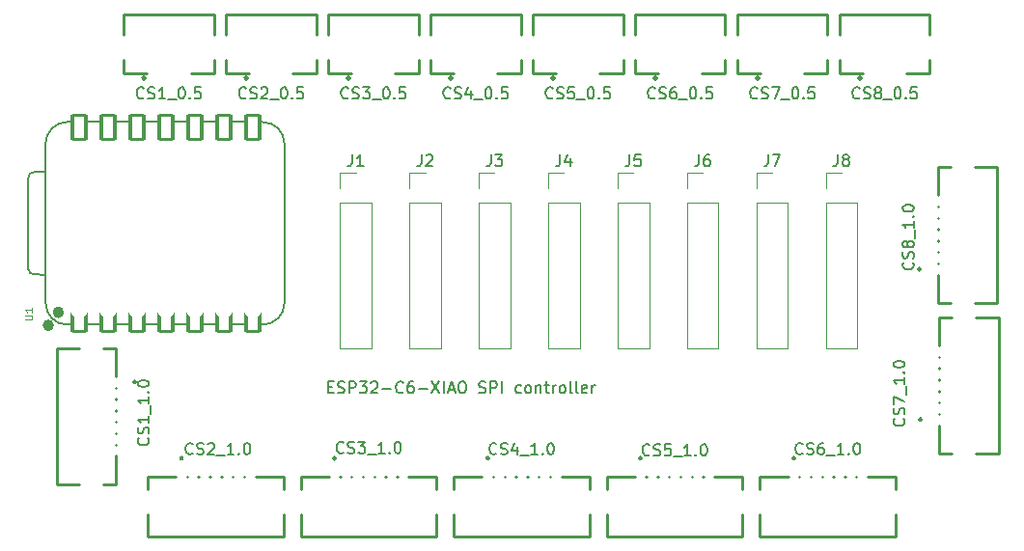
<source format=gbr>
%TF.GenerationSoftware,KiCad,Pcbnew,9.0.2*%
%TF.CreationDate,2025-08-25T15:59:26+09:00*%
%TF.ProjectId,imu_controller_board,696d755f-636f-46e7-9472-6f6c6c65725f,rev?*%
%TF.SameCoordinates,Original*%
%TF.FileFunction,Legend,Top*%
%TF.FilePolarity,Positive*%
%FSLAX46Y46*%
G04 Gerber Fmt 4.6, Leading zero omitted, Abs format (unit mm)*
G04 Created by KiCad (PCBNEW 9.0.2) date 2025-08-25 15:59:26*
%MOMM*%
%LPD*%
G01*
G04 APERTURE LIST*
G04 Aperture macros list*
%AMRoundRect*
0 Rectangle with rounded corners*
0 $1 Rounding radius*
0 $2 $3 $4 $5 $6 $7 $8 $9 X,Y pos of 4 corners*
0 Add a 4 corners polygon primitive as box body*
4,1,4,$2,$3,$4,$5,$6,$7,$8,$9,$2,$3,0*
0 Add four circle primitives for the rounded corners*
1,1,$1+$1,$2,$3*
1,1,$1+$1,$4,$5*
1,1,$1+$1,$6,$7*
1,1,$1+$1,$8,$9*
0 Add four rect primitives between the rounded corners*
20,1,$1+$1,$2,$3,$4,$5,0*
20,1,$1+$1,$4,$5,$6,$7,0*
20,1,$1+$1,$6,$7,$8,$9,0*
20,1,$1+$1,$8,$9,$2,$3,0*%
G04 Aperture macros list end*
%ADD10C,0.200000*%
%ADD11C,0.150000*%
%ADD12C,0.101600*%
%ADD13C,0.254000*%
%ADD14C,0.120000*%
%ADD15C,0.127000*%
%ADD16C,0.100000*%
%ADD17C,0.504000*%
%ADD18R,0.350000X1.500000*%
%ADD19R,2.000000X1.700000*%
%ADD20R,0.500000X1.500000*%
%ADD21R,1.700000X1.700000*%
%ADD22C,1.700000*%
%ADD23R,1.500000X0.500000*%
%ADD24R,1.700000X2.000000*%
%ADD25RoundRect,0.152400X-0.609600X1.063600X-0.609600X-1.063600X0.609600X-1.063600X0.609600X1.063600X0*%
%ADD26C,1.524000*%
%ADD27RoundRect,0.152400X0.609600X-1.063600X0.609600X1.063600X-0.609600X1.063600X-0.609600X-1.063600X0*%
G04 APERTURE END LIST*
D10*
X90869673Y-102643409D02*
X91203006Y-102643409D01*
X91345863Y-103167219D02*
X90869673Y-103167219D01*
X90869673Y-103167219D02*
X90869673Y-102167219D01*
X90869673Y-102167219D02*
X91345863Y-102167219D01*
X91726816Y-103119600D02*
X91869673Y-103167219D01*
X91869673Y-103167219D02*
X92107768Y-103167219D01*
X92107768Y-103167219D02*
X92203006Y-103119600D01*
X92203006Y-103119600D02*
X92250625Y-103071980D01*
X92250625Y-103071980D02*
X92298244Y-102976742D01*
X92298244Y-102976742D02*
X92298244Y-102881504D01*
X92298244Y-102881504D02*
X92250625Y-102786266D01*
X92250625Y-102786266D02*
X92203006Y-102738647D01*
X92203006Y-102738647D02*
X92107768Y-102691028D01*
X92107768Y-102691028D02*
X91917292Y-102643409D01*
X91917292Y-102643409D02*
X91822054Y-102595790D01*
X91822054Y-102595790D02*
X91774435Y-102548171D01*
X91774435Y-102548171D02*
X91726816Y-102452933D01*
X91726816Y-102452933D02*
X91726816Y-102357695D01*
X91726816Y-102357695D02*
X91774435Y-102262457D01*
X91774435Y-102262457D02*
X91822054Y-102214838D01*
X91822054Y-102214838D02*
X91917292Y-102167219D01*
X91917292Y-102167219D02*
X92155387Y-102167219D01*
X92155387Y-102167219D02*
X92298244Y-102214838D01*
X92726816Y-103167219D02*
X92726816Y-102167219D01*
X92726816Y-102167219D02*
X93107768Y-102167219D01*
X93107768Y-102167219D02*
X93203006Y-102214838D01*
X93203006Y-102214838D02*
X93250625Y-102262457D01*
X93250625Y-102262457D02*
X93298244Y-102357695D01*
X93298244Y-102357695D02*
X93298244Y-102500552D01*
X93298244Y-102500552D02*
X93250625Y-102595790D01*
X93250625Y-102595790D02*
X93203006Y-102643409D01*
X93203006Y-102643409D02*
X93107768Y-102691028D01*
X93107768Y-102691028D02*
X92726816Y-102691028D01*
X93631578Y-102167219D02*
X94250625Y-102167219D01*
X94250625Y-102167219D02*
X93917292Y-102548171D01*
X93917292Y-102548171D02*
X94060149Y-102548171D01*
X94060149Y-102548171D02*
X94155387Y-102595790D01*
X94155387Y-102595790D02*
X94203006Y-102643409D01*
X94203006Y-102643409D02*
X94250625Y-102738647D01*
X94250625Y-102738647D02*
X94250625Y-102976742D01*
X94250625Y-102976742D02*
X94203006Y-103071980D01*
X94203006Y-103071980D02*
X94155387Y-103119600D01*
X94155387Y-103119600D02*
X94060149Y-103167219D01*
X94060149Y-103167219D02*
X93774435Y-103167219D01*
X93774435Y-103167219D02*
X93679197Y-103119600D01*
X93679197Y-103119600D02*
X93631578Y-103071980D01*
X94631578Y-102262457D02*
X94679197Y-102214838D01*
X94679197Y-102214838D02*
X94774435Y-102167219D01*
X94774435Y-102167219D02*
X95012530Y-102167219D01*
X95012530Y-102167219D02*
X95107768Y-102214838D01*
X95107768Y-102214838D02*
X95155387Y-102262457D01*
X95155387Y-102262457D02*
X95203006Y-102357695D01*
X95203006Y-102357695D02*
X95203006Y-102452933D01*
X95203006Y-102452933D02*
X95155387Y-102595790D01*
X95155387Y-102595790D02*
X94583959Y-103167219D01*
X94583959Y-103167219D02*
X95203006Y-103167219D01*
X95631578Y-102786266D02*
X96393483Y-102786266D01*
X97441101Y-103071980D02*
X97393482Y-103119600D01*
X97393482Y-103119600D02*
X97250625Y-103167219D01*
X97250625Y-103167219D02*
X97155387Y-103167219D01*
X97155387Y-103167219D02*
X97012530Y-103119600D01*
X97012530Y-103119600D02*
X96917292Y-103024361D01*
X96917292Y-103024361D02*
X96869673Y-102929123D01*
X96869673Y-102929123D02*
X96822054Y-102738647D01*
X96822054Y-102738647D02*
X96822054Y-102595790D01*
X96822054Y-102595790D02*
X96869673Y-102405314D01*
X96869673Y-102405314D02*
X96917292Y-102310076D01*
X96917292Y-102310076D02*
X97012530Y-102214838D01*
X97012530Y-102214838D02*
X97155387Y-102167219D01*
X97155387Y-102167219D02*
X97250625Y-102167219D01*
X97250625Y-102167219D02*
X97393482Y-102214838D01*
X97393482Y-102214838D02*
X97441101Y-102262457D01*
X98298244Y-102167219D02*
X98107768Y-102167219D01*
X98107768Y-102167219D02*
X98012530Y-102214838D01*
X98012530Y-102214838D02*
X97964911Y-102262457D01*
X97964911Y-102262457D02*
X97869673Y-102405314D01*
X97869673Y-102405314D02*
X97822054Y-102595790D01*
X97822054Y-102595790D02*
X97822054Y-102976742D01*
X97822054Y-102976742D02*
X97869673Y-103071980D01*
X97869673Y-103071980D02*
X97917292Y-103119600D01*
X97917292Y-103119600D02*
X98012530Y-103167219D01*
X98012530Y-103167219D02*
X98203006Y-103167219D01*
X98203006Y-103167219D02*
X98298244Y-103119600D01*
X98298244Y-103119600D02*
X98345863Y-103071980D01*
X98345863Y-103071980D02*
X98393482Y-102976742D01*
X98393482Y-102976742D02*
X98393482Y-102738647D01*
X98393482Y-102738647D02*
X98345863Y-102643409D01*
X98345863Y-102643409D02*
X98298244Y-102595790D01*
X98298244Y-102595790D02*
X98203006Y-102548171D01*
X98203006Y-102548171D02*
X98012530Y-102548171D01*
X98012530Y-102548171D02*
X97917292Y-102595790D01*
X97917292Y-102595790D02*
X97869673Y-102643409D01*
X97869673Y-102643409D02*
X97822054Y-102738647D01*
X98822054Y-102786266D02*
X99583959Y-102786266D01*
X99964911Y-102167219D02*
X100631577Y-103167219D01*
X100631577Y-102167219D02*
X99964911Y-103167219D01*
X101012530Y-103167219D02*
X101012530Y-102167219D01*
X101441101Y-102881504D02*
X101917291Y-102881504D01*
X101345863Y-103167219D02*
X101679196Y-102167219D01*
X101679196Y-102167219D02*
X102012529Y-103167219D01*
X102536339Y-102167219D02*
X102726815Y-102167219D01*
X102726815Y-102167219D02*
X102822053Y-102214838D01*
X102822053Y-102214838D02*
X102917291Y-102310076D01*
X102917291Y-102310076D02*
X102964910Y-102500552D01*
X102964910Y-102500552D02*
X102964910Y-102833885D01*
X102964910Y-102833885D02*
X102917291Y-103024361D01*
X102917291Y-103024361D02*
X102822053Y-103119600D01*
X102822053Y-103119600D02*
X102726815Y-103167219D01*
X102726815Y-103167219D02*
X102536339Y-103167219D01*
X102536339Y-103167219D02*
X102441101Y-103119600D01*
X102441101Y-103119600D02*
X102345863Y-103024361D01*
X102345863Y-103024361D02*
X102298244Y-102833885D01*
X102298244Y-102833885D02*
X102298244Y-102500552D01*
X102298244Y-102500552D02*
X102345863Y-102310076D01*
X102345863Y-102310076D02*
X102441101Y-102214838D01*
X102441101Y-102214838D02*
X102536339Y-102167219D01*
X104107768Y-103119600D02*
X104250625Y-103167219D01*
X104250625Y-103167219D02*
X104488720Y-103167219D01*
X104488720Y-103167219D02*
X104583958Y-103119600D01*
X104583958Y-103119600D02*
X104631577Y-103071980D01*
X104631577Y-103071980D02*
X104679196Y-102976742D01*
X104679196Y-102976742D02*
X104679196Y-102881504D01*
X104679196Y-102881504D02*
X104631577Y-102786266D01*
X104631577Y-102786266D02*
X104583958Y-102738647D01*
X104583958Y-102738647D02*
X104488720Y-102691028D01*
X104488720Y-102691028D02*
X104298244Y-102643409D01*
X104298244Y-102643409D02*
X104203006Y-102595790D01*
X104203006Y-102595790D02*
X104155387Y-102548171D01*
X104155387Y-102548171D02*
X104107768Y-102452933D01*
X104107768Y-102452933D02*
X104107768Y-102357695D01*
X104107768Y-102357695D02*
X104155387Y-102262457D01*
X104155387Y-102262457D02*
X104203006Y-102214838D01*
X104203006Y-102214838D02*
X104298244Y-102167219D01*
X104298244Y-102167219D02*
X104536339Y-102167219D01*
X104536339Y-102167219D02*
X104679196Y-102214838D01*
X105107768Y-103167219D02*
X105107768Y-102167219D01*
X105107768Y-102167219D02*
X105488720Y-102167219D01*
X105488720Y-102167219D02*
X105583958Y-102214838D01*
X105583958Y-102214838D02*
X105631577Y-102262457D01*
X105631577Y-102262457D02*
X105679196Y-102357695D01*
X105679196Y-102357695D02*
X105679196Y-102500552D01*
X105679196Y-102500552D02*
X105631577Y-102595790D01*
X105631577Y-102595790D02*
X105583958Y-102643409D01*
X105583958Y-102643409D02*
X105488720Y-102691028D01*
X105488720Y-102691028D02*
X105107768Y-102691028D01*
X106107768Y-103167219D02*
X106107768Y-102167219D01*
X107774434Y-103119600D02*
X107679196Y-103167219D01*
X107679196Y-103167219D02*
X107488720Y-103167219D01*
X107488720Y-103167219D02*
X107393482Y-103119600D01*
X107393482Y-103119600D02*
X107345863Y-103071980D01*
X107345863Y-103071980D02*
X107298244Y-102976742D01*
X107298244Y-102976742D02*
X107298244Y-102691028D01*
X107298244Y-102691028D02*
X107345863Y-102595790D01*
X107345863Y-102595790D02*
X107393482Y-102548171D01*
X107393482Y-102548171D02*
X107488720Y-102500552D01*
X107488720Y-102500552D02*
X107679196Y-102500552D01*
X107679196Y-102500552D02*
X107774434Y-102548171D01*
X108345863Y-103167219D02*
X108250625Y-103119600D01*
X108250625Y-103119600D02*
X108203006Y-103071980D01*
X108203006Y-103071980D02*
X108155387Y-102976742D01*
X108155387Y-102976742D02*
X108155387Y-102691028D01*
X108155387Y-102691028D02*
X108203006Y-102595790D01*
X108203006Y-102595790D02*
X108250625Y-102548171D01*
X108250625Y-102548171D02*
X108345863Y-102500552D01*
X108345863Y-102500552D02*
X108488720Y-102500552D01*
X108488720Y-102500552D02*
X108583958Y-102548171D01*
X108583958Y-102548171D02*
X108631577Y-102595790D01*
X108631577Y-102595790D02*
X108679196Y-102691028D01*
X108679196Y-102691028D02*
X108679196Y-102976742D01*
X108679196Y-102976742D02*
X108631577Y-103071980D01*
X108631577Y-103071980D02*
X108583958Y-103119600D01*
X108583958Y-103119600D02*
X108488720Y-103167219D01*
X108488720Y-103167219D02*
X108345863Y-103167219D01*
X109107768Y-102500552D02*
X109107768Y-103167219D01*
X109107768Y-102595790D02*
X109155387Y-102548171D01*
X109155387Y-102548171D02*
X109250625Y-102500552D01*
X109250625Y-102500552D02*
X109393482Y-102500552D01*
X109393482Y-102500552D02*
X109488720Y-102548171D01*
X109488720Y-102548171D02*
X109536339Y-102643409D01*
X109536339Y-102643409D02*
X109536339Y-103167219D01*
X109869673Y-102500552D02*
X110250625Y-102500552D01*
X110012530Y-102167219D02*
X110012530Y-103024361D01*
X110012530Y-103024361D02*
X110060149Y-103119600D01*
X110060149Y-103119600D02*
X110155387Y-103167219D01*
X110155387Y-103167219D02*
X110250625Y-103167219D01*
X110583959Y-103167219D02*
X110583959Y-102500552D01*
X110583959Y-102691028D02*
X110631578Y-102595790D01*
X110631578Y-102595790D02*
X110679197Y-102548171D01*
X110679197Y-102548171D02*
X110774435Y-102500552D01*
X110774435Y-102500552D02*
X110869673Y-102500552D01*
X111345864Y-103167219D02*
X111250626Y-103119600D01*
X111250626Y-103119600D02*
X111203007Y-103071980D01*
X111203007Y-103071980D02*
X111155388Y-102976742D01*
X111155388Y-102976742D02*
X111155388Y-102691028D01*
X111155388Y-102691028D02*
X111203007Y-102595790D01*
X111203007Y-102595790D02*
X111250626Y-102548171D01*
X111250626Y-102548171D02*
X111345864Y-102500552D01*
X111345864Y-102500552D02*
X111488721Y-102500552D01*
X111488721Y-102500552D02*
X111583959Y-102548171D01*
X111583959Y-102548171D02*
X111631578Y-102595790D01*
X111631578Y-102595790D02*
X111679197Y-102691028D01*
X111679197Y-102691028D02*
X111679197Y-102976742D01*
X111679197Y-102976742D02*
X111631578Y-103071980D01*
X111631578Y-103071980D02*
X111583959Y-103119600D01*
X111583959Y-103119600D02*
X111488721Y-103167219D01*
X111488721Y-103167219D02*
X111345864Y-103167219D01*
X112250626Y-103167219D02*
X112155388Y-103119600D01*
X112155388Y-103119600D02*
X112107769Y-103024361D01*
X112107769Y-103024361D02*
X112107769Y-102167219D01*
X112774436Y-103167219D02*
X112679198Y-103119600D01*
X112679198Y-103119600D02*
X112631579Y-103024361D01*
X112631579Y-103024361D02*
X112631579Y-102167219D01*
X113536341Y-103119600D02*
X113441103Y-103167219D01*
X113441103Y-103167219D02*
X113250627Y-103167219D01*
X113250627Y-103167219D02*
X113155389Y-103119600D01*
X113155389Y-103119600D02*
X113107770Y-103024361D01*
X113107770Y-103024361D02*
X113107770Y-102643409D01*
X113107770Y-102643409D02*
X113155389Y-102548171D01*
X113155389Y-102548171D02*
X113250627Y-102500552D01*
X113250627Y-102500552D02*
X113441103Y-102500552D01*
X113441103Y-102500552D02*
X113536341Y-102548171D01*
X113536341Y-102548171D02*
X113583960Y-102643409D01*
X113583960Y-102643409D02*
X113583960Y-102738647D01*
X113583960Y-102738647D02*
X113107770Y-102833885D01*
X114012532Y-103167219D02*
X114012532Y-102500552D01*
X114012532Y-102691028D02*
X114060151Y-102595790D01*
X114060151Y-102595790D02*
X114107770Y-102548171D01*
X114107770Y-102548171D02*
X114203008Y-102500552D01*
X114203008Y-102500552D02*
X114298246Y-102500552D01*
D11*
X119542857Y-77248080D02*
X119495238Y-77295700D01*
X119495238Y-77295700D02*
X119352381Y-77343319D01*
X119352381Y-77343319D02*
X119257143Y-77343319D01*
X119257143Y-77343319D02*
X119114286Y-77295700D01*
X119114286Y-77295700D02*
X119019048Y-77200461D01*
X119019048Y-77200461D02*
X118971429Y-77105223D01*
X118971429Y-77105223D02*
X118923810Y-76914747D01*
X118923810Y-76914747D02*
X118923810Y-76771890D01*
X118923810Y-76771890D02*
X118971429Y-76581414D01*
X118971429Y-76581414D02*
X119019048Y-76486176D01*
X119019048Y-76486176D02*
X119114286Y-76390938D01*
X119114286Y-76390938D02*
X119257143Y-76343319D01*
X119257143Y-76343319D02*
X119352381Y-76343319D01*
X119352381Y-76343319D02*
X119495238Y-76390938D01*
X119495238Y-76390938D02*
X119542857Y-76438557D01*
X119923810Y-77295700D02*
X120066667Y-77343319D01*
X120066667Y-77343319D02*
X120304762Y-77343319D01*
X120304762Y-77343319D02*
X120400000Y-77295700D01*
X120400000Y-77295700D02*
X120447619Y-77248080D01*
X120447619Y-77248080D02*
X120495238Y-77152842D01*
X120495238Y-77152842D02*
X120495238Y-77057604D01*
X120495238Y-77057604D02*
X120447619Y-76962366D01*
X120447619Y-76962366D02*
X120400000Y-76914747D01*
X120400000Y-76914747D02*
X120304762Y-76867128D01*
X120304762Y-76867128D02*
X120114286Y-76819509D01*
X120114286Y-76819509D02*
X120019048Y-76771890D01*
X120019048Y-76771890D02*
X119971429Y-76724271D01*
X119971429Y-76724271D02*
X119923810Y-76629033D01*
X119923810Y-76629033D02*
X119923810Y-76533795D01*
X119923810Y-76533795D02*
X119971429Y-76438557D01*
X119971429Y-76438557D02*
X120019048Y-76390938D01*
X120019048Y-76390938D02*
X120114286Y-76343319D01*
X120114286Y-76343319D02*
X120352381Y-76343319D01*
X120352381Y-76343319D02*
X120495238Y-76390938D01*
X121352381Y-76343319D02*
X121161905Y-76343319D01*
X121161905Y-76343319D02*
X121066667Y-76390938D01*
X121066667Y-76390938D02*
X121019048Y-76438557D01*
X121019048Y-76438557D02*
X120923810Y-76581414D01*
X120923810Y-76581414D02*
X120876191Y-76771890D01*
X120876191Y-76771890D02*
X120876191Y-77152842D01*
X120876191Y-77152842D02*
X120923810Y-77248080D01*
X120923810Y-77248080D02*
X120971429Y-77295700D01*
X120971429Y-77295700D02*
X121066667Y-77343319D01*
X121066667Y-77343319D02*
X121257143Y-77343319D01*
X121257143Y-77343319D02*
X121352381Y-77295700D01*
X121352381Y-77295700D02*
X121400000Y-77248080D01*
X121400000Y-77248080D02*
X121447619Y-77152842D01*
X121447619Y-77152842D02*
X121447619Y-76914747D01*
X121447619Y-76914747D02*
X121400000Y-76819509D01*
X121400000Y-76819509D02*
X121352381Y-76771890D01*
X121352381Y-76771890D02*
X121257143Y-76724271D01*
X121257143Y-76724271D02*
X121066667Y-76724271D01*
X121066667Y-76724271D02*
X120971429Y-76771890D01*
X120971429Y-76771890D02*
X120923810Y-76819509D01*
X120923810Y-76819509D02*
X120876191Y-76914747D01*
X121638096Y-77438557D02*
X122400000Y-77438557D01*
X122828572Y-76343319D02*
X122923810Y-76343319D01*
X122923810Y-76343319D02*
X123019048Y-76390938D01*
X123019048Y-76390938D02*
X123066667Y-76438557D01*
X123066667Y-76438557D02*
X123114286Y-76533795D01*
X123114286Y-76533795D02*
X123161905Y-76724271D01*
X123161905Y-76724271D02*
X123161905Y-76962366D01*
X123161905Y-76962366D02*
X123114286Y-77152842D01*
X123114286Y-77152842D02*
X123066667Y-77248080D01*
X123066667Y-77248080D02*
X123019048Y-77295700D01*
X123019048Y-77295700D02*
X122923810Y-77343319D01*
X122923810Y-77343319D02*
X122828572Y-77343319D01*
X122828572Y-77343319D02*
X122733334Y-77295700D01*
X122733334Y-77295700D02*
X122685715Y-77248080D01*
X122685715Y-77248080D02*
X122638096Y-77152842D01*
X122638096Y-77152842D02*
X122590477Y-76962366D01*
X122590477Y-76962366D02*
X122590477Y-76724271D01*
X122590477Y-76724271D02*
X122638096Y-76533795D01*
X122638096Y-76533795D02*
X122685715Y-76438557D01*
X122685715Y-76438557D02*
X122733334Y-76390938D01*
X122733334Y-76390938D02*
X122828572Y-76343319D01*
X123590477Y-77248080D02*
X123638096Y-77295700D01*
X123638096Y-77295700D02*
X123590477Y-77343319D01*
X123590477Y-77343319D02*
X123542858Y-77295700D01*
X123542858Y-77295700D02*
X123590477Y-77248080D01*
X123590477Y-77248080D02*
X123590477Y-77343319D01*
X124542857Y-76343319D02*
X124066667Y-76343319D01*
X124066667Y-76343319D02*
X124019048Y-76819509D01*
X124019048Y-76819509D02*
X124066667Y-76771890D01*
X124066667Y-76771890D02*
X124161905Y-76724271D01*
X124161905Y-76724271D02*
X124400000Y-76724271D01*
X124400000Y-76724271D02*
X124495238Y-76771890D01*
X124495238Y-76771890D02*
X124542857Y-76819509D01*
X124542857Y-76819509D02*
X124590476Y-76914747D01*
X124590476Y-76914747D02*
X124590476Y-77152842D01*
X124590476Y-77152842D02*
X124542857Y-77248080D01*
X124542857Y-77248080D02*
X124495238Y-77295700D01*
X124495238Y-77295700D02*
X124400000Y-77343319D01*
X124400000Y-77343319D02*
X124161905Y-77343319D01*
X124161905Y-77343319D02*
X124066667Y-77295700D01*
X124066667Y-77295700D02*
X124019048Y-77248080D01*
X92210714Y-108359580D02*
X92163095Y-108407200D01*
X92163095Y-108407200D02*
X92020238Y-108454819D01*
X92020238Y-108454819D02*
X91925000Y-108454819D01*
X91925000Y-108454819D02*
X91782143Y-108407200D01*
X91782143Y-108407200D02*
X91686905Y-108311961D01*
X91686905Y-108311961D02*
X91639286Y-108216723D01*
X91639286Y-108216723D02*
X91591667Y-108026247D01*
X91591667Y-108026247D02*
X91591667Y-107883390D01*
X91591667Y-107883390D02*
X91639286Y-107692914D01*
X91639286Y-107692914D02*
X91686905Y-107597676D01*
X91686905Y-107597676D02*
X91782143Y-107502438D01*
X91782143Y-107502438D02*
X91925000Y-107454819D01*
X91925000Y-107454819D02*
X92020238Y-107454819D01*
X92020238Y-107454819D02*
X92163095Y-107502438D01*
X92163095Y-107502438D02*
X92210714Y-107550057D01*
X92591667Y-108407200D02*
X92734524Y-108454819D01*
X92734524Y-108454819D02*
X92972619Y-108454819D01*
X92972619Y-108454819D02*
X93067857Y-108407200D01*
X93067857Y-108407200D02*
X93115476Y-108359580D01*
X93115476Y-108359580D02*
X93163095Y-108264342D01*
X93163095Y-108264342D02*
X93163095Y-108169104D01*
X93163095Y-108169104D02*
X93115476Y-108073866D01*
X93115476Y-108073866D02*
X93067857Y-108026247D01*
X93067857Y-108026247D02*
X92972619Y-107978628D01*
X92972619Y-107978628D02*
X92782143Y-107931009D01*
X92782143Y-107931009D02*
X92686905Y-107883390D01*
X92686905Y-107883390D02*
X92639286Y-107835771D01*
X92639286Y-107835771D02*
X92591667Y-107740533D01*
X92591667Y-107740533D02*
X92591667Y-107645295D01*
X92591667Y-107645295D02*
X92639286Y-107550057D01*
X92639286Y-107550057D02*
X92686905Y-107502438D01*
X92686905Y-107502438D02*
X92782143Y-107454819D01*
X92782143Y-107454819D02*
X93020238Y-107454819D01*
X93020238Y-107454819D02*
X93163095Y-107502438D01*
X93496429Y-107454819D02*
X94115476Y-107454819D01*
X94115476Y-107454819D02*
X93782143Y-107835771D01*
X93782143Y-107835771D02*
X93925000Y-107835771D01*
X93925000Y-107835771D02*
X94020238Y-107883390D01*
X94020238Y-107883390D02*
X94067857Y-107931009D01*
X94067857Y-107931009D02*
X94115476Y-108026247D01*
X94115476Y-108026247D02*
X94115476Y-108264342D01*
X94115476Y-108264342D02*
X94067857Y-108359580D01*
X94067857Y-108359580D02*
X94020238Y-108407200D01*
X94020238Y-108407200D02*
X93925000Y-108454819D01*
X93925000Y-108454819D02*
X93639286Y-108454819D01*
X93639286Y-108454819D02*
X93544048Y-108407200D01*
X93544048Y-108407200D02*
X93496429Y-108359580D01*
X94305953Y-108550057D02*
X95067857Y-108550057D01*
X95829762Y-108454819D02*
X95258334Y-108454819D01*
X95544048Y-108454819D02*
X95544048Y-107454819D01*
X95544048Y-107454819D02*
X95448810Y-107597676D01*
X95448810Y-107597676D02*
X95353572Y-107692914D01*
X95353572Y-107692914D02*
X95258334Y-107740533D01*
X96258334Y-108359580D02*
X96305953Y-108407200D01*
X96305953Y-108407200D02*
X96258334Y-108454819D01*
X96258334Y-108454819D02*
X96210715Y-108407200D01*
X96210715Y-108407200D02*
X96258334Y-108359580D01*
X96258334Y-108359580D02*
X96258334Y-108454819D01*
X96925000Y-107454819D02*
X97020238Y-107454819D01*
X97020238Y-107454819D02*
X97115476Y-107502438D01*
X97115476Y-107502438D02*
X97163095Y-107550057D01*
X97163095Y-107550057D02*
X97210714Y-107645295D01*
X97210714Y-107645295D02*
X97258333Y-107835771D01*
X97258333Y-107835771D02*
X97258333Y-108073866D01*
X97258333Y-108073866D02*
X97210714Y-108264342D01*
X97210714Y-108264342D02*
X97163095Y-108359580D01*
X97163095Y-108359580D02*
X97115476Y-108407200D01*
X97115476Y-108407200D02*
X97020238Y-108454819D01*
X97020238Y-108454819D02*
X96925000Y-108454819D01*
X96925000Y-108454819D02*
X96829762Y-108407200D01*
X96829762Y-108407200D02*
X96782143Y-108359580D01*
X96782143Y-108359580D02*
X96734524Y-108264342D01*
X96734524Y-108264342D02*
X96686905Y-108073866D01*
X96686905Y-108073866D02*
X96686905Y-107835771D01*
X96686905Y-107835771D02*
X96734524Y-107645295D01*
X96734524Y-107645295D02*
X96782143Y-107550057D01*
X96782143Y-107550057D02*
X96829762Y-107502438D01*
X96829762Y-107502438D02*
X96925000Y-107454819D01*
X92966666Y-82254819D02*
X92966666Y-82969104D01*
X92966666Y-82969104D02*
X92919047Y-83111961D01*
X92919047Y-83111961D02*
X92823809Y-83207200D01*
X92823809Y-83207200D02*
X92680952Y-83254819D01*
X92680952Y-83254819D02*
X92585714Y-83254819D01*
X93966666Y-83254819D02*
X93395238Y-83254819D01*
X93680952Y-83254819D02*
X93680952Y-82254819D01*
X93680952Y-82254819D02*
X93585714Y-82397676D01*
X93585714Y-82397676D02*
X93490476Y-82492914D01*
X93490476Y-82492914D02*
X93395238Y-82540533D01*
X99052380Y-82254819D02*
X99052380Y-82969104D01*
X99052380Y-82969104D02*
X99004761Y-83111961D01*
X99004761Y-83111961D02*
X98909523Y-83207200D01*
X98909523Y-83207200D02*
X98766666Y-83254819D01*
X98766666Y-83254819D02*
X98671428Y-83254819D01*
X99480952Y-82350057D02*
X99528571Y-82302438D01*
X99528571Y-82302438D02*
X99623809Y-82254819D01*
X99623809Y-82254819D02*
X99861904Y-82254819D01*
X99861904Y-82254819D02*
X99957142Y-82302438D01*
X99957142Y-82302438D02*
X100004761Y-82350057D01*
X100004761Y-82350057D02*
X100052380Y-82445295D01*
X100052380Y-82445295D02*
X100052380Y-82540533D01*
X100052380Y-82540533D02*
X100004761Y-82683390D01*
X100004761Y-82683390D02*
X99433333Y-83254819D01*
X99433333Y-83254819D02*
X100052380Y-83254819D01*
X105138095Y-82254819D02*
X105138095Y-82969104D01*
X105138095Y-82969104D02*
X105090476Y-83111961D01*
X105090476Y-83111961D02*
X104995238Y-83207200D01*
X104995238Y-83207200D02*
X104852381Y-83254819D01*
X104852381Y-83254819D02*
X104757143Y-83254819D01*
X105519048Y-82254819D02*
X106138095Y-82254819D01*
X106138095Y-82254819D02*
X105804762Y-82635771D01*
X105804762Y-82635771D02*
X105947619Y-82635771D01*
X105947619Y-82635771D02*
X106042857Y-82683390D01*
X106042857Y-82683390D02*
X106090476Y-82731009D01*
X106090476Y-82731009D02*
X106138095Y-82826247D01*
X106138095Y-82826247D02*
X106138095Y-83064342D01*
X106138095Y-83064342D02*
X106090476Y-83159580D01*
X106090476Y-83159580D02*
X106042857Y-83207200D01*
X106042857Y-83207200D02*
X105947619Y-83254819D01*
X105947619Y-83254819D02*
X105661905Y-83254819D01*
X105661905Y-83254819D02*
X105566667Y-83207200D01*
X105566667Y-83207200D02*
X105519048Y-83159580D01*
X135566666Y-82254819D02*
X135566666Y-82969104D01*
X135566666Y-82969104D02*
X135519047Y-83111961D01*
X135519047Y-83111961D02*
X135423809Y-83207200D01*
X135423809Y-83207200D02*
X135280952Y-83254819D01*
X135280952Y-83254819D02*
X135185714Y-83254819D01*
X136185714Y-82683390D02*
X136090476Y-82635771D01*
X136090476Y-82635771D02*
X136042857Y-82588152D01*
X136042857Y-82588152D02*
X135995238Y-82492914D01*
X135995238Y-82492914D02*
X135995238Y-82445295D01*
X135995238Y-82445295D02*
X136042857Y-82350057D01*
X136042857Y-82350057D02*
X136090476Y-82302438D01*
X136090476Y-82302438D02*
X136185714Y-82254819D01*
X136185714Y-82254819D02*
X136376190Y-82254819D01*
X136376190Y-82254819D02*
X136471428Y-82302438D01*
X136471428Y-82302438D02*
X136519047Y-82350057D01*
X136519047Y-82350057D02*
X136566666Y-82445295D01*
X136566666Y-82445295D02*
X136566666Y-82492914D01*
X136566666Y-82492914D02*
X136519047Y-82588152D01*
X136519047Y-82588152D02*
X136471428Y-82635771D01*
X136471428Y-82635771D02*
X136376190Y-82683390D01*
X136376190Y-82683390D02*
X136185714Y-82683390D01*
X136185714Y-82683390D02*
X136090476Y-82731009D01*
X136090476Y-82731009D02*
X136042857Y-82778628D01*
X136042857Y-82778628D02*
X135995238Y-82873866D01*
X135995238Y-82873866D02*
X135995238Y-83064342D01*
X135995238Y-83064342D02*
X136042857Y-83159580D01*
X136042857Y-83159580D02*
X136090476Y-83207200D01*
X136090476Y-83207200D02*
X136185714Y-83254819D01*
X136185714Y-83254819D02*
X136376190Y-83254819D01*
X136376190Y-83254819D02*
X136471428Y-83207200D01*
X136471428Y-83207200D02*
X136519047Y-83159580D01*
X136519047Y-83159580D02*
X136566666Y-83064342D01*
X136566666Y-83064342D02*
X136566666Y-82873866D01*
X136566666Y-82873866D02*
X136519047Y-82778628D01*
X136519047Y-82778628D02*
X136471428Y-82731009D01*
X136471428Y-82731009D02*
X136376190Y-82683390D01*
X129480952Y-82254819D02*
X129480952Y-82969104D01*
X129480952Y-82969104D02*
X129433333Y-83111961D01*
X129433333Y-83111961D02*
X129338095Y-83207200D01*
X129338095Y-83207200D02*
X129195238Y-83254819D01*
X129195238Y-83254819D02*
X129100000Y-83254819D01*
X129861905Y-82254819D02*
X130528571Y-82254819D01*
X130528571Y-82254819D02*
X130100000Y-83254819D01*
X123395237Y-82254819D02*
X123395237Y-82969104D01*
X123395237Y-82969104D02*
X123347618Y-83111961D01*
X123347618Y-83111961D02*
X123252380Y-83207200D01*
X123252380Y-83207200D02*
X123109523Y-83254819D01*
X123109523Y-83254819D02*
X123014285Y-83254819D01*
X124299999Y-82254819D02*
X124109523Y-82254819D01*
X124109523Y-82254819D02*
X124014285Y-82302438D01*
X124014285Y-82302438D02*
X123966666Y-82350057D01*
X123966666Y-82350057D02*
X123871428Y-82492914D01*
X123871428Y-82492914D02*
X123823809Y-82683390D01*
X123823809Y-82683390D02*
X123823809Y-83064342D01*
X123823809Y-83064342D02*
X123871428Y-83159580D01*
X123871428Y-83159580D02*
X123919047Y-83207200D01*
X123919047Y-83207200D02*
X124014285Y-83254819D01*
X124014285Y-83254819D02*
X124204761Y-83254819D01*
X124204761Y-83254819D02*
X124299999Y-83207200D01*
X124299999Y-83207200D02*
X124347618Y-83159580D01*
X124347618Y-83159580D02*
X124395237Y-83064342D01*
X124395237Y-83064342D02*
X124395237Y-82826247D01*
X124395237Y-82826247D02*
X124347618Y-82731009D01*
X124347618Y-82731009D02*
X124299999Y-82683390D01*
X124299999Y-82683390D02*
X124204761Y-82635771D01*
X124204761Y-82635771D02*
X124014285Y-82635771D01*
X124014285Y-82635771D02*
X123919047Y-82683390D01*
X123919047Y-82683390D02*
X123871428Y-82731009D01*
X123871428Y-82731009D02*
X123823809Y-82826247D01*
X117309523Y-82254819D02*
X117309523Y-82969104D01*
X117309523Y-82969104D02*
X117261904Y-83111961D01*
X117261904Y-83111961D02*
X117166666Y-83207200D01*
X117166666Y-83207200D02*
X117023809Y-83254819D01*
X117023809Y-83254819D02*
X116928571Y-83254819D01*
X118261904Y-82254819D02*
X117785714Y-82254819D01*
X117785714Y-82254819D02*
X117738095Y-82731009D01*
X117738095Y-82731009D02*
X117785714Y-82683390D01*
X117785714Y-82683390D02*
X117880952Y-82635771D01*
X117880952Y-82635771D02*
X118119047Y-82635771D01*
X118119047Y-82635771D02*
X118214285Y-82683390D01*
X118214285Y-82683390D02*
X118261904Y-82731009D01*
X118261904Y-82731009D02*
X118309523Y-82826247D01*
X118309523Y-82826247D02*
X118309523Y-83064342D01*
X118309523Y-83064342D02*
X118261904Y-83159580D01*
X118261904Y-83159580D02*
X118214285Y-83207200D01*
X118214285Y-83207200D02*
X118119047Y-83254819D01*
X118119047Y-83254819D02*
X117880952Y-83254819D01*
X117880952Y-83254819D02*
X117785714Y-83207200D01*
X117785714Y-83207200D02*
X117738095Y-83159580D01*
X111223809Y-82254819D02*
X111223809Y-82969104D01*
X111223809Y-82969104D02*
X111176190Y-83111961D01*
X111176190Y-83111961D02*
X111080952Y-83207200D01*
X111080952Y-83207200D02*
X110938095Y-83254819D01*
X110938095Y-83254819D02*
X110842857Y-83254819D01*
X112128571Y-82588152D02*
X112128571Y-83254819D01*
X111890476Y-82207200D02*
X111652381Y-82921485D01*
X111652381Y-82921485D02*
X112271428Y-82921485D01*
X128514285Y-77248080D02*
X128466666Y-77295700D01*
X128466666Y-77295700D02*
X128323809Y-77343319D01*
X128323809Y-77343319D02*
X128228571Y-77343319D01*
X128228571Y-77343319D02*
X128085714Y-77295700D01*
X128085714Y-77295700D02*
X127990476Y-77200461D01*
X127990476Y-77200461D02*
X127942857Y-77105223D01*
X127942857Y-77105223D02*
X127895238Y-76914747D01*
X127895238Y-76914747D02*
X127895238Y-76771890D01*
X127895238Y-76771890D02*
X127942857Y-76581414D01*
X127942857Y-76581414D02*
X127990476Y-76486176D01*
X127990476Y-76486176D02*
X128085714Y-76390938D01*
X128085714Y-76390938D02*
X128228571Y-76343319D01*
X128228571Y-76343319D02*
X128323809Y-76343319D01*
X128323809Y-76343319D02*
X128466666Y-76390938D01*
X128466666Y-76390938D02*
X128514285Y-76438557D01*
X128895238Y-77295700D02*
X129038095Y-77343319D01*
X129038095Y-77343319D02*
X129276190Y-77343319D01*
X129276190Y-77343319D02*
X129371428Y-77295700D01*
X129371428Y-77295700D02*
X129419047Y-77248080D01*
X129419047Y-77248080D02*
X129466666Y-77152842D01*
X129466666Y-77152842D02*
X129466666Y-77057604D01*
X129466666Y-77057604D02*
X129419047Y-76962366D01*
X129419047Y-76962366D02*
X129371428Y-76914747D01*
X129371428Y-76914747D02*
X129276190Y-76867128D01*
X129276190Y-76867128D02*
X129085714Y-76819509D01*
X129085714Y-76819509D02*
X128990476Y-76771890D01*
X128990476Y-76771890D02*
X128942857Y-76724271D01*
X128942857Y-76724271D02*
X128895238Y-76629033D01*
X128895238Y-76629033D02*
X128895238Y-76533795D01*
X128895238Y-76533795D02*
X128942857Y-76438557D01*
X128942857Y-76438557D02*
X128990476Y-76390938D01*
X128990476Y-76390938D02*
X129085714Y-76343319D01*
X129085714Y-76343319D02*
X129323809Y-76343319D01*
X129323809Y-76343319D02*
X129466666Y-76390938D01*
X129800000Y-76343319D02*
X130466666Y-76343319D01*
X130466666Y-76343319D02*
X130038095Y-77343319D01*
X130609524Y-77438557D02*
X131371428Y-77438557D01*
X131800000Y-76343319D02*
X131895238Y-76343319D01*
X131895238Y-76343319D02*
X131990476Y-76390938D01*
X131990476Y-76390938D02*
X132038095Y-76438557D01*
X132038095Y-76438557D02*
X132085714Y-76533795D01*
X132085714Y-76533795D02*
X132133333Y-76724271D01*
X132133333Y-76724271D02*
X132133333Y-76962366D01*
X132133333Y-76962366D02*
X132085714Y-77152842D01*
X132085714Y-77152842D02*
X132038095Y-77248080D01*
X132038095Y-77248080D02*
X131990476Y-77295700D01*
X131990476Y-77295700D02*
X131895238Y-77343319D01*
X131895238Y-77343319D02*
X131800000Y-77343319D01*
X131800000Y-77343319D02*
X131704762Y-77295700D01*
X131704762Y-77295700D02*
X131657143Y-77248080D01*
X131657143Y-77248080D02*
X131609524Y-77152842D01*
X131609524Y-77152842D02*
X131561905Y-76962366D01*
X131561905Y-76962366D02*
X131561905Y-76724271D01*
X131561905Y-76724271D02*
X131609524Y-76533795D01*
X131609524Y-76533795D02*
X131657143Y-76438557D01*
X131657143Y-76438557D02*
X131704762Y-76390938D01*
X131704762Y-76390938D02*
X131800000Y-76343319D01*
X132561905Y-77248080D02*
X132609524Y-77295700D01*
X132609524Y-77295700D02*
X132561905Y-77343319D01*
X132561905Y-77343319D02*
X132514286Y-77295700D01*
X132514286Y-77295700D02*
X132561905Y-77248080D01*
X132561905Y-77248080D02*
X132561905Y-77343319D01*
X133514285Y-76343319D02*
X133038095Y-76343319D01*
X133038095Y-76343319D02*
X132990476Y-76819509D01*
X132990476Y-76819509D02*
X133038095Y-76771890D01*
X133038095Y-76771890D02*
X133133333Y-76724271D01*
X133133333Y-76724271D02*
X133371428Y-76724271D01*
X133371428Y-76724271D02*
X133466666Y-76771890D01*
X133466666Y-76771890D02*
X133514285Y-76819509D01*
X133514285Y-76819509D02*
X133561904Y-76914747D01*
X133561904Y-76914747D02*
X133561904Y-77152842D01*
X133561904Y-77152842D02*
X133514285Y-77248080D01*
X133514285Y-77248080D02*
X133466666Y-77295700D01*
X133466666Y-77295700D02*
X133371428Y-77343319D01*
X133371428Y-77343319D02*
X133133333Y-77343319D01*
X133133333Y-77343319D02*
X133038095Y-77295700D01*
X133038095Y-77295700D02*
X132990476Y-77248080D01*
X141359580Y-105414285D02*
X141407200Y-105461904D01*
X141407200Y-105461904D02*
X141454819Y-105604761D01*
X141454819Y-105604761D02*
X141454819Y-105699999D01*
X141454819Y-105699999D02*
X141407200Y-105842856D01*
X141407200Y-105842856D02*
X141311961Y-105938094D01*
X141311961Y-105938094D02*
X141216723Y-105985713D01*
X141216723Y-105985713D02*
X141026247Y-106033332D01*
X141026247Y-106033332D02*
X140883390Y-106033332D01*
X140883390Y-106033332D02*
X140692914Y-105985713D01*
X140692914Y-105985713D02*
X140597676Y-105938094D01*
X140597676Y-105938094D02*
X140502438Y-105842856D01*
X140502438Y-105842856D02*
X140454819Y-105699999D01*
X140454819Y-105699999D02*
X140454819Y-105604761D01*
X140454819Y-105604761D02*
X140502438Y-105461904D01*
X140502438Y-105461904D02*
X140550057Y-105414285D01*
X141407200Y-105033332D02*
X141454819Y-104890475D01*
X141454819Y-104890475D02*
X141454819Y-104652380D01*
X141454819Y-104652380D02*
X141407200Y-104557142D01*
X141407200Y-104557142D02*
X141359580Y-104509523D01*
X141359580Y-104509523D02*
X141264342Y-104461904D01*
X141264342Y-104461904D02*
X141169104Y-104461904D01*
X141169104Y-104461904D02*
X141073866Y-104509523D01*
X141073866Y-104509523D02*
X141026247Y-104557142D01*
X141026247Y-104557142D02*
X140978628Y-104652380D01*
X140978628Y-104652380D02*
X140931009Y-104842856D01*
X140931009Y-104842856D02*
X140883390Y-104938094D01*
X140883390Y-104938094D02*
X140835771Y-104985713D01*
X140835771Y-104985713D02*
X140740533Y-105033332D01*
X140740533Y-105033332D02*
X140645295Y-105033332D01*
X140645295Y-105033332D02*
X140550057Y-104985713D01*
X140550057Y-104985713D02*
X140502438Y-104938094D01*
X140502438Y-104938094D02*
X140454819Y-104842856D01*
X140454819Y-104842856D02*
X140454819Y-104604761D01*
X140454819Y-104604761D02*
X140502438Y-104461904D01*
X140454819Y-104128570D02*
X140454819Y-103461904D01*
X140454819Y-103461904D02*
X141454819Y-103890475D01*
X141550057Y-103319047D02*
X141550057Y-102557142D01*
X141454819Y-101795237D02*
X141454819Y-102366665D01*
X141454819Y-102080951D02*
X140454819Y-102080951D01*
X140454819Y-102080951D02*
X140597676Y-102176189D01*
X140597676Y-102176189D02*
X140692914Y-102271427D01*
X140692914Y-102271427D02*
X140740533Y-102366665D01*
X141359580Y-101366665D02*
X141407200Y-101319046D01*
X141407200Y-101319046D02*
X141454819Y-101366665D01*
X141454819Y-101366665D02*
X141407200Y-101414284D01*
X141407200Y-101414284D02*
X141359580Y-101366665D01*
X141359580Y-101366665D02*
X141454819Y-101366665D01*
X140454819Y-100699999D02*
X140454819Y-100604761D01*
X140454819Y-100604761D02*
X140502438Y-100509523D01*
X140502438Y-100509523D02*
X140550057Y-100461904D01*
X140550057Y-100461904D02*
X140645295Y-100414285D01*
X140645295Y-100414285D02*
X140835771Y-100366666D01*
X140835771Y-100366666D02*
X141073866Y-100366666D01*
X141073866Y-100366666D02*
X141264342Y-100414285D01*
X141264342Y-100414285D02*
X141359580Y-100461904D01*
X141359580Y-100461904D02*
X141407200Y-100509523D01*
X141407200Y-100509523D02*
X141454819Y-100604761D01*
X141454819Y-100604761D02*
X141454819Y-100699999D01*
X141454819Y-100699999D02*
X141407200Y-100795237D01*
X141407200Y-100795237D02*
X141359580Y-100842856D01*
X141359580Y-100842856D02*
X141264342Y-100890475D01*
X141264342Y-100890475D02*
X141073866Y-100938094D01*
X141073866Y-100938094D02*
X140835771Y-100938094D01*
X140835771Y-100938094D02*
X140645295Y-100890475D01*
X140645295Y-100890475D02*
X140550057Y-100842856D01*
X140550057Y-100842856D02*
X140502438Y-100795237D01*
X140502438Y-100795237D02*
X140454819Y-100699999D01*
X119060714Y-108559580D02*
X119013095Y-108607200D01*
X119013095Y-108607200D02*
X118870238Y-108654819D01*
X118870238Y-108654819D02*
X118775000Y-108654819D01*
X118775000Y-108654819D02*
X118632143Y-108607200D01*
X118632143Y-108607200D02*
X118536905Y-108511961D01*
X118536905Y-108511961D02*
X118489286Y-108416723D01*
X118489286Y-108416723D02*
X118441667Y-108226247D01*
X118441667Y-108226247D02*
X118441667Y-108083390D01*
X118441667Y-108083390D02*
X118489286Y-107892914D01*
X118489286Y-107892914D02*
X118536905Y-107797676D01*
X118536905Y-107797676D02*
X118632143Y-107702438D01*
X118632143Y-107702438D02*
X118775000Y-107654819D01*
X118775000Y-107654819D02*
X118870238Y-107654819D01*
X118870238Y-107654819D02*
X119013095Y-107702438D01*
X119013095Y-107702438D02*
X119060714Y-107750057D01*
X119441667Y-108607200D02*
X119584524Y-108654819D01*
X119584524Y-108654819D02*
X119822619Y-108654819D01*
X119822619Y-108654819D02*
X119917857Y-108607200D01*
X119917857Y-108607200D02*
X119965476Y-108559580D01*
X119965476Y-108559580D02*
X120013095Y-108464342D01*
X120013095Y-108464342D02*
X120013095Y-108369104D01*
X120013095Y-108369104D02*
X119965476Y-108273866D01*
X119965476Y-108273866D02*
X119917857Y-108226247D01*
X119917857Y-108226247D02*
X119822619Y-108178628D01*
X119822619Y-108178628D02*
X119632143Y-108131009D01*
X119632143Y-108131009D02*
X119536905Y-108083390D01*
X119536905Y-108083390D02*
X119489286Y-108035771D01*
X119489286Y-108035771D02*
X119441667Y-107940533D01*
X119441667Y-107940533D02*
X119441667Y-107845295D01*
X119441667Y-107845295D02*
X119489286Y-107750057D01*
X119489286Y-107750057D02*
X119536905Y-107702438D01*
X119536905Y-107702438D02*
X119632143Y-107654819D01*
X119632143Y-107654819D02*
X119870238Y-107654819D01*
X119870238Y-107654819D02*
X120013095Y-107702438D01*
X120917857Y-107654819D02*
X120441667Y-107654819D01*
X120441667Y-107654819D02*
X120394048Y-108131009D01*
X120394048Y-108131009D02*
X120441667Y-108083390D01*
X120441667Y-108083390D02*
X120536905Y-108035771D01*
X120536905Y-108035771D02*
X120775000Y-108035771D01*
X120775000Y-108035771D02*
X120870238Y-108083390D01*
X120870238Y-108083390D02*
X120917857Y-108131009D01*
X120917857Y-108131009D02*
X120965476Y-108226247D01*
X120965476Y-108226247D02*
X120965476Y-108464342D01*
X120965476Y-108464342D02*
X120917857Y-108559580D01*
X120917857Y-108559580D02*
X120870238Y-108607200D01*
X120870238Y-108607200D02*
X120775000Y-108654819D01*
X120775000Y-108654819D02*
X120536905Y-108654819D01*
X120536905Y-108654819D02*
X120441667Y-108607200D01*
X120441667Y-108607200D02*
X120394048Y-108559580D01*
X121155953Y-108750057D02*
X121917857Y-108750057D01*
X122679762Y-108654819D02*
X122108334Y-108654819D01*
X122394048Y-108654819D02*
X122394048Y-107654819D01*
X122394048Y-107654819D02*
X122298810Y-107797676D01*
X122298810Y-107797676D02*
X122203572Y-107892914D01*
X122203572Y-107892914D02*
X122108334Y-107940533D01*
X123108334Y-108559580D02*
X123155953Y-108607200D01*
X123155953Y-108607200D02*
X123108334Y-108654819D01*
X123108334Y-108654819D02*
X123060715Y-108607200D01*
X123060715Y-108607200D02*
X123108334Y-108559580D01*
X123108334Y-108559580D02*
X123108334Y-108654819D01*
X123775000Y-107654819D02*
X123870238Y-107654819D01*
X123870238Y-107654819D02*
X123965476Y-107702438D01*
X123965476Y-107702438D02*
X124013095Y-107750057D01*
X124013095Y-107750057D02*
X124060714Y-107845295D01*
X124060714Y-107845295D02*
X124108333Y-108035771D01*
X124108333Y-108035771D02*
X124108333Y-108273866D01*
X124108333Y-108273866D02*
X124060714Y-108464342D01*
X124060714Y-108464342D02*
X124013095Y-108559580D01*
X124013095Y-108559580D02*
X123965476Y-108607200D01*
X123965476Y-108607200D02*
X123870238Y-108654819D01*
X123870238Y-108654819D02*
X123775000Y-108654819D01*
X123775000Y-108654819D02*
X123679762Y-108607200D01*
X123679762Y-108607200D02*
X123632143Y-108559580D01*
X123632143Y-108559580D02*
X123584524Y-108464342D01*
X123584524Y-108464342D02*
X123536905Y-108273866D01*
X123536905Y-108273866D02*
X123536905Y-108035771D01*
X123536905Y-108035771D02*
X123584524Y-107845295D01*
X123584524Y-107845295D02*
X123632143Y-107750057D01*
X123632143Y-107750057D02*
X123679762Y-107702438D01*
X123679762Y-107702438D02*
X123775000Y-107654819D01*
X92628571Y-77248080D02*
X92580952Y-77295700D01*
X92580952Y-77295700D02*
X92438095Y-77343319D01*
X92438095Y-77343319D02*
X92342857Y-77343319D01*
X92342857Y-77343319D02*
X92200000Y-77295700D01*
X92200000Y-77295700D02*
X92104762Y-77200461D01*
X92104762Y-77200461D02*
X92057143Y-77105223D01*
X92057143Y-77105223D02*
X92009524Y-76914747D01*
X92009524Y-76914747D02*
X92009524Y-76771890D01*
X92009524Y-76771890D02*
X92057143Y-76581414D01*
X92057143Y-76581414D02*
X92104762Y-76486176D01*
X92104762Y-76486176D02*
X92200000Y-76390938D01*
X92200000Y-76390938D02*
X92342857Y-76343319D01*
X92342857Y-76343319D02*
X92438095Y-76343319D01*
X92438095Y-76343319D02*
X92580952Y-76390938D01*
X92580952Y-76390938D02*
X92628571Y-76438557D01*
X93009524Y-77295700D02*
X93152381Y-77343319D01*
X93152381Y-77343319D02*
X93390476Y-77343319D01*
X93390476Y-77343319D02*
X93485714Y-77295700D01*
X93485714Y-77295700D02*
X93533333Y-77248080D01*
X93533333Y-77248080D02*
X93580952Y-77152842D01*
X93580952Y-77152842D02*
X93580952Y-77057604D01*
X93580952Y-77057604D02*
X93533333Y-76962366D01*
X93533333Y-76962366D02*
X93485714Y-76914747D01*
X93485714Y-76914747D02*
X93390476Y-76867128D01*
X93390476Y-76867128D02*
X93200000Y-76819509D01*
X93200000Y-76819509D02*
X93104762Y-76771890D01*
X93104762Y-76771890D02*
X93057143Y-76724271D01*
X93057143Y-76724271D02*
X93009524Y-76629033D01*
X93009524Y-76629033D02*
X93009524Y-76533795D01*
X93009524Y-76533795D02*
X93057143Y-76438557D01*
X93057143Y-76438557D02*
X93104762Y-76390938D01*
X93104762Y-76390938D02*
X93200000Y-76343319D01*
X93200000Y-76343319D02*
X93438095Y-76343319D01*
X93438095Y-76343319D02*
X93580952Y-76390938D01*
X93914286Y-76343319D02*
X94533333Y-76343319D01*
X94533333Y-76343319D02*
X94200000Y-76724271D01*
X94200000Y-76724271D02*
X94342857Y-76724271D01*
X94342857Y-76724271D02*
X94438095Y-76771890D01*
X94438095Y-76771890D02*
X94485714Y-76819509D01*
X94485714Y-76819509D02*
X94533333Y-76914747D01*
X94533333Y-76914747D02*
X94533333Y-77152842D01*
X94533333Y-77152842D02*
X94485714Y-77248080D01*
X94485714Y-77248080D02*
X94438095Y-77295700D01*
X94438095Y-77295700D02*
X94342857Y-77343319D01*
X94342857Y-77343319D02*
X94057143Y-77343319D01*
X94057143Y-77343319D02*
X93961905Y-77295700D01*
X93961905Y-77295700D02*
X93914286Y-77248080D01*
X94723810Y-77438557D02*
X95485714Y-77438557D01*
X95914286Y-76343319D02*
X96009524Y-76343319D01*
X96009524Y-76343319D02*
X96104762Y-76390938D01*
X96104762Y-76390938D02*
X96152381Y-76438557D01*
X96152381Y-76438557D02*
X96200000Y-76533795D01*
X96200000Y-76533795D02*
X96247619Y-76724271D01*
X96247619Y-76724271D02*
X96247619Y-76962366D01*
X96247619Y-76962366D02*
X96200000Y-77152842D01*
X96200000Y-77152842D02*
X96152381Y-77248080D01*
X96152381Y-77248080D02*
X96104762Y-77295700D01*
X96104762Y-77295700D02*
X96009524Y-77343319D01*
X96009524Y-77343319D02*
X95914286Y-77343319D01*
X95914286Y-77343319D02*
X95819048Y-77295700D01*
X95819048Y-77295700D02*
X95771429Y-77248080D01*
X95771429Y-77248080D02*
X95723810Y-77152842D01*
X95723810Y-77152842D02*
X95676191Y-76962366D01*
X95676191Y-76962366D02*
X95676191Y-76724271D01*
X95676191Y-76724271D02*
X95723810Y-76533795D01*
X95723810Y-76533795D02*
X95771429Y-76438557D01*
X95771429Y-76438557D02*
X95819048Y-76390938D01*
X95819048Y-76390938D02*
X95914286Y-76343319D01*
X96676191Y-77248080D02*
X96723810Y-77295700D01*
X96723810Y-77295700D02*
X96676191Y-77343319D01*
X96676191Y-77343319D02*
X96628572Y-77295700D01*
X96628572Y-77295700D02*
X96676191Y-77248080D01*
X96676191Y-77248080D02*
X96676191Y-77343319D01*
X97628571Y-76343319D02*
X97152381Y-76343319D01*
X97152381Y-76343319D02*
X97104762Y-76819509D01*
X97104762Y-76819509D02*
X97152381Y-76771890D01*
X97152381Y-76771890D02*
X97247619Y-76724271D01*
X97247619Y-76724271D02*
X97485714Y-76724271D01*
X97485714Y-76724271D02*
X97580952Y-76771890D01*
X97580952Y-76771890D02*
X97628571Y-76819509D01*
X97628571Y-76819509D02*
X97676190Y-76914747D01*
X97676190Y-76914747D02*
X97676190Y-77152842D01*
X97676190Y-77152842D02*
X97628571Y-77248080D01*
X97628571Y-77248080D02*
X97580952Y-77295700D01*
X97580952Y-77295700D02*
X97485714Y-77343319D01*
X97485714Y-77343319D02*
X97247619Y-77343319D01*
X97247619Y-77343319D02*
X97152381Y-77295700D01*
X97152381Y-77295700D02*
X97104762Y-77248080D01*
X101600000Y-77248080D02*
X101552381Y-77295700D01*
X101552381Y-77295700D02*
X101409524Y-77343319D01*
X101409524Y-77343319D02*
X101314286Y-77343319D01*
X101314286Y-77343319D02*
X101171429Y-77295700D01*
X101171429Y-77295700D02*
X101076191Y-77200461D01*
X101076191Y-77200461D02*
X101028572Y-77105223D01*
X101028572Y-77105223D02*
X100980953Y-76914747D01*
X100980953Y-76914747D02*
X100980953Y-76771890D01*
X100980953Y-76771890D02*
X101028572Y-76581414D01*
X101028572Y-76581414D02*
X101076191Y-76486176D01*
X101076191Y-76486176D02*
X101171429Y-76390938D01*
X101171429Y-76390938D02*
X101314286Y-76343319D01*
X101314286Y-76343319D02*
X101409524Y-76343319D01*
X101409524Y-76343319D02*
X101552381Y-76390938D01*
X101552381Y-76390938D02*
X101600000Y-76438557D01*
X101980953Y-77295700D02*
X102123810Y-77343319D01*
X102123810Y-77343319D02*
X102361905Y-77343319D01*
X102361905Y-77343319D02*
X102457143Y-77295700D01*
X102457143Y-77295700D02*
X102504762Y-77248080D01*
X102504762Y-77248080D02*
X102552381Y-77152842D01*
X102552381Y-77152842D02*
X102552381Y-77057604D01*
X102552381Y-77057604D02*
X102504762Y-76962366D01*
X102504762Y-76962366D02*
X102457143Y-76914747D01*
X102457143Y-76914747D02*
X102361905Y-76867128D01*
X102361905Y-76867128D02*
X102171429Y-76819509D01*
X102171429Y-76819509D02*
X102076191Y-76771890D01*
X102076191Y-76771890D02*
X102028572Y-76724271D01*
X102028572Y-76724271D02*
X101980953Y-76629033D01*
X101980953Y-76629033D02*
X101980953Y-76533795D01*
X101980953Y-76533795D02*
X102028572Y-76438557D01*
X102028572Y-76438557D02*
X102076191Y-76390938D01*
X102076191Y-76390938D02*
X102171429Y-76343319D01*
X102171429Y-76343319D02*
X102409524Y-76343319D01*
X102409524Y-76343319D02*
X102552381Y-76390938D01*
X103409524Y-76676652D02*
X103409524Y-77343319D01*
X103171429Y-76295700D02*
X102933334Y-77009985D01*
X102933334Y-77009985D02*
X103552381Y-77009985D01*
X103695239Y-77438557D02*
X104457143Y-77438557D01*
X104885715Y-76343319D02*
X104980953Y-76343319D01*
X104980953Y-76343319D02*
X105076191Y-76390938D01*
X105076191Y-76390938D02*
X105123810Y-76438557D01*
X105123810Y-76438557D02*
X105171429Y-76533795D01*
X105171429Y-76533795D02*
X105219048Y-76724271D01*
X105219048Y-76724271D02*
X105219048Y-76962366D01*
X105219048Y-76962366D02*
X105171429Y-77152842D01*
X105171429Y-77152842D02*
X105123810Y-77248080D01*
X105123810Y-77248080D02*
X105076191Y-77295700D01*
X105076191Y-77295700D02*
X104980953Y-77343319D01*
X104980953Y-77343319D02*
X104885715Y-77343319D01*
X104885715Y-77343319D02*
X104790477Y-77295700D01*
X104790477Y-77295700D02*
X104742858Y-77248080D01*
X104742858Y-77248080D02*
X104695239Y-77152842D01*
X104695239Y-77152842D02*
X104647620Y-76962366D01*
X104647620Y-76962366D02*
X104647620Y-76724271D01*
X104647620Y-76724271D02*
X104695239Y-76533795D01*
X104695239Y-76533795D02*
X104742858Y-76438557D01*
X104742858Y-76438557D02*
X104790477Y-76390938D01*
X104790477Y-76390938D02*
X104885715Y-76343319D01*
X105647620Y-77248080D02*
X105695239Y-77295700D01*
X105695239Y-77295700D02*
X105647620Y-77343319D01*
X105647620Y-77343319D02*
X105600001Y-77295700D01*
X105600001Y-77295700D02*
X105647620Y-77248080D01*
X105647620Y-77248080D02*
X105647620Y-77343319D01*
X106600000Y-76343319D02*
X106123810Y-76343319D01*
X106123810Y-76343319D02*
X106076191Y-76819509D01*
X106076191Y-76819509D02*
X106123810Y-76771890D01*
X106123810Y-76771890D02*
X106219048Y-76724271D01*
X106219048Y-76724271D02*
X106457143Y-76724271D01*
X106457143Y-76724271D02*
X106552381Y-76771890D01*
X106552381Y-76771890D02*
X106600000Y-76819509D01*
X106600000Y-76819509D02*
X106647619Y-76914747D01*
X106647619Y-76914747D02*
X106647619Y-77152842D01*
X106647619Y-77152842D02*
X106600000Y-77248080D01*
X106600000Y-77248080D02*
X106552381Y-77295700D01*
X106552381Y-77295700D02*
X106457143Y-77343319D01*
X106457143Y-77343319D02*
X106219048Y-77343319D01*
X106219048Y-77343319D02*
X106123810Y-77295700D01*
X106123810Y-77295700D02*
X106076191Y-77248080D01*
D12*
X64273479Y-96718809D02*
X64787526Y-96718809D01*
X64787526Y-96718809D02*
X64848002Y-96688571D01*
X64848002Y-96688571D02*
X64878241Y-96658333D01*
X64878241Y-96658333D02*
X64908479Y-96597857D01*
X64908479Y-96597857D02*
X64908479Y-96476904D01*
X64908479Y-96476904D02*
X64878241Y-96416428D01*
X64878241Y-96416428D02*
X64848002Y-96386190D01*
X64848002Y-96386190D02*
X64787526Y-96355952D01*
X64787526Y-96355952D02*
X64273479Y-96355952D01*
X64908479Y-95720952D02*
X64908479Y-96083809D01*
X64908479Y-95902381D02*
X64273479Y-95902381D01*
X64273479Y-95902381D02*
X64364193Y-95962857D01*
X64364193Y-95962857D02*
X64424669Y-96023333D01*
X64424669Y-96023333D02*
X64454907Y-96083809D01*
D11*
X78985714Y-108459580D02*
X78938095Y-108507200D01*
X78938095Y-108507200D02*
X78795238Y-108554819D01*
X78795238Y-108554819D02*
X78700000Y-108554819D01*
X78700000Y-108554819D02*
X78557143Y-108507200D01*
X78557143Y-108507200D02*
X78461905Y-108411961D01*
X78461905Y-108411961D02*
X78414286Y-108316723D01*
X78414286Y-108316723D02*
X78366667Y-108126247D01*
X78366667Y-108126247D02*
X78366667Y-107983390D01*
X78366667Y-107983390D02*
X78414286Y-107792914D01*
X78414286Y-107792914D02*
X78461905Y-107697676D01*
X78461905Y-107697676D02*
X78557143Y-107602438D01*
X78557143Y-107602438D02*
X78700000Y-107554819D01*
X78700000Y-107554819D02*
X78795238Y-107554819D01*
X78795238Y-107554819D02*
X78938095Y-107602438D01*
X78938095Y-107602438D02*
X78985714Y-107650057D01*
X79366667Y-108507200D02*
X79509524Y-108554819D01*
X79509524Y-108554819D02*
X79747619Y-108554819D01*
X79747619Y-108554819D02*
X79842857Y-108507200D01*
X79842857Y-108507200D02*
X79890476Y-108459580D01*
X79890476Y-108459580D02*
X79938095Y-108364342D01*
X79938095Y-108364342D02*
X79938095Y-108269104D01*
X79938095Y-108269104D02*
X79890476Y-108173866D01*
X79890476Y-108173866D02*
X79842857Y-108126247D01*
X79842857Y-108126247D02*
X79747619Y-108078628D01*
X79747619Y-108078628D02*
X79557143Y-108031009D01*
X79557143Y-108031009D02*
X79461905Y-107983390D01*
X79461905Y-107983390D02*
X79414286Y-107935771D01*
X79414286Y-107935771D02*
X79366667Y-107840533D01*
X79366667Y-107840533D02*
X79366667Y-107745295D01*
X79366667Y-107745295D02*
X79414286Y-107650057D01*
X79414286Y-107650057D02*
X79461905Y-107602438D01*
X79461905Y-107602438D02*
X79557143Y-107554819D01*
X79557143Y-107554819D02*
X79795238Y-107554819D01*
X79795238Y-107554819D02*
X79938095Y-107602438D01*
X80319048Y-107650057D02*
X80366667Y-107602438D01*
X80366667Y-107602438D02*
X80461905Y-107554819D01*
X80461905Y-107554819D02*
X80700000Y-107554819D01*
X80700000Y-107554819D02*
X80795238Y-107602438D01*
X80795238Y-107602438D02*
X80842857Y-107650057D01*
X80842857Y-107650057D02*
X80890476Y-107745295D01*
X80890476Y-107745295D02*
X80890476Y-107840533D01*
X80890476Y-107840533D02*
X80842857Y-107983390D01*
X80842857Y-107983390D02*
X80271429Y-108554819D01*
X80271429Y-108554819D02*
X80890476Y-108554819D01*
X81080953Y-108650057D02*
X81842857Y-108650057D01*
X82604762Y-108554819D02*
X82033334Y-108554819D01*
X82319048Y-108554819D02*
X82319048Y-107554819D01*
X82319048Y-107554819D02*
X82223810Y-107697676D01*
X82223810Y-107697676D02*
X82128572Y-107792914D01*
X82128572Y-107792914D02*
X82033334Y-107840533D01*
X83033334Y-108459580D02*
X83080953Y-108507200D01*
X83080953Y-108507200D02*
X83033334Y-108554819D01*
X83033334Y-108554819D02*
X82985715Y-108507200D01*
X82985715Y-108507200D02*
X83033334Y-108459580D01*
X83033334Y-108459580D02*
X83033334Y-108554819D01*
X83700000Y-107554819D02*
X83795238Y-107554819D01*
X83795238Y-107554819D02*
X83890476Y-107602438D01*
X83890476Y-107602438D02*
X83938095Y-107650057D01*
X83938095Y-107650057D02*
X83985714Y-107745295D01*
X83985714Y-107745295D02*
X84033333Y-107935771D01*
X84033333Y-107935771D02*
X84033333Y-108173866D01*
X84033333Y-108173866D02*
X83985714Y-108364342D01*
X83985714Y-108364342D02*
X83938095Y-108459580D01*
X83938095Y-108459580D02*
X83890476Y-108507200D01*
X83890476Y-108507200D02*
X83795238Y-108554819D01*
X83795238Y-108554819D02*
X83700000Y-108554819D01*
X83700000Y-108554819D02*
X83604762Y-108507200D01*
X83604762Y-108507200D02*
X83557143Y-108459580D01*
X83557143Y-108459580D02*
X83509524Y-108364342D01*
X83509524Y-108364342D02*
X83461905Y-108173866D01*
X83461905Y-108173866D02*
X83461905Y-107935771D01*
X83461905Y-107935771D02*
X83509524Y-107745295D01*
X83509524Y-107745295D02*
X83557143Y-107650057D01*
X83557143Y-107650057D02*
X83604762Y-107602438D01*
X83604762Y-107602438D02*
X83700000Y-107554819D01*
X132485714Y-108459580D02*
X132438095Y-108507200D01*
X132438095Y-108507200D02*
X132295238Y-108554819D01*
X132295238Y-108554819D02*
X132200000Y-108554819D01*
X132200000Y-108554819D02*
X132057143Y-108507200D01*
X132057143Y-108507200D02*
X131961905Y-108411961D01*
X131961905Y-108411961D02*
X131914286Y-108316723D01*
X131914286Y-108316723D02*
X131866667Y-108126247D01*
X131866667Y-108126247D02*
X131866667Y-107983390D01*
X131866667Y-107983390D02*
X131914286Y-107792914D01*
X131914286Y-107792914D02*
X131961905Y-107697676D01*
X131961905Y-107697676D02*
X132057143Y-107602438D01*
X132057143Y-107602438D02*
X132200000Y-107554819D01*
X132200000Y-107554819D02*
X132295238Y-107554819D01*
X132295238Y-107554819D02*
X132438095Y-107602438D01*
X132438095Y-107602438D02*
X132485714Y-107650057D01*
X132866667Y-108507200D02*
X133009524Y-108554819D01*
X133009524Y-108554819D02*
X133247619Y-108554819D01*
X133247619Y-108554819D02*
X133342857Y-108507200D01*
X133342857Y-108507200D02*
X133390476Y-108459580D01*
X133390476Y-108459580D02*
X133438095Y-108364342D01*
X133438095Y-108364342D02*
X133438095Y-108269104D01*
X133438095Y-108269104D02*
X133390476Y-108173866D01*
X133390476Y-108173866D02*
X133342857Y-108126247D01*
X133342857Y-108126247D02*
X133247619Y-108078628D01*
X133247619Y-108078628D02*
X133057143Y-108031009D01*
X133057143Y-108031009D02*
X132961905Y-107983390D01*
X132961905Y-107983390D02*
X132914286Y-107935771D01*
X132914286Y-107935771D02*
X132866667Y-107840533D01*
X132866667Y-107840533D02*
X132866667Y-107745295D01*
X132866667Y-107745295D02*
X132914286Y-107650057D01*
X132914286Y-107650057D02*
X132961905Y-107602438D01*
X132961905Y-107602438D02*
X133057143Y-107554819D01*
X133057143Y-107554819D02*
X133295238Y-107554819D01*
X133295238Y-107554819D02*
X133438095Y-107602438D01*
X134295238Y-107554819D02*
X134104762Y-107554819D01*
X134104762Y-107554819D02*
X134009524Y-107602438D01*
X134009524Y-107602438D02*
X133961905Y-107650057D01*
X133961905Y-107650057D02*
X133866667Y-107792914D01*
X133866667Y-107792914D02*
X133819048Y-107983390D01*
X133819048Y-107983390D02*
X133819048Y-108364342D01*
X133819048Y-108364342D02*
X133866667Y-108459580D01*
X133866667Y-108459580D02*
X133914286Y-108507200D01*
X133914286Y-108507200D02*
X134009524Y-108554819D01*
X134009524Y-108554819D02*
X134200000Y-108554819D01*
X134200000Y-108554819D02*
X134295238Y-108507200D01*
X134295238Y-108507200D02*
X134342857Y-108459580D01*
X134342857Y-108459580D02*
X134390476Y-108364342D01*
X134390476Y-108364342D02*
X134390476Y-108126247D01*
X134390476Y-108126247D02*
X134342857Y-108031009D01*
X134342857Y-108031009D02*
X134295238Y-107983390D01*
X134295238Y-107983390D02*
X134200000Y-107935771D01*
X134200000Y-107935771D02*
X134009524Y-107935771D01*
X134009524Y-107935771D02*
X133914286Y-107983390D01*
X133914286Y-107983390D02*
X133866667Y-108031009D01*
X133866667Y-108031009D02*
X133819048Y-108126247D01*
X134580953Y-108650057D02*
X135342857Y-108650057D01*
X136104762Y-108554819D02*
X135533334Y-108554819D01*
X135819048Y-108554819D02*
X135819048Y-107554819D01*
X135819048Y-107554819D02*
X135723810Y-107697676D01*
X135723810Y-107697676D02*
X135628572Y-107792914D01*
X135628572Y-107792914D02*
X135533334Y-107840533D01*
X136533334Y-108459580D02*
X136580953Y-108507200D01*
X136580953Y-108507200D02*
X136533334Y-108554819D01*
X136533334Y-108554819D02*
X136485715Y-108507200D01*
X136485715Y-108507200D02*
X136533334Y-108459580D01*
X136533334Y-108459580D02*
X136533334Y-108554819D01*
X137200000Y-107554819D02*
X137295238Y-107554819D01*
X137295238Y-107554819D02*
X137390476Y-107602438D01*
X137390476Y-107602438D02*
X137438095Y-107650057D01*
X137438095Y-107650057D02*
X137485714Y-107745295D01*
X137485714Y-107745295D02*
X137533333Y-107935771D01*
X137533333Y-107935771D02*
X137533333Y-108173866D01*
X137533333Y-108173866D02*
X137485714Y-108364342D01*
X137485714Y-108364342D02*
X137438095Y-108459580D01*
X137438095Y-108459580D02*
X137390476Y-108507200D01*
X137390476Y-108507200D02*
X137295238Y-108554819D01*
X137295238Y-108554819D02*
X137200000Y-108554819D01*
X137200000Y-108554819D02*
X137104762Y-108507200D01*
X137104762Y-108507200D02*
X137057143Y-108459580D01*
X137057143Y-108459580D02*
X137009524Y-108364342D01*
X137009524Y-108364342D02*
X136961905Y-108173866D01*
X136961905Y-108173866D02*
X136961905Y-107935771D01*
X136961905Y-107935771D02*
X137009524Y-107745295D01*
X137009524Y-107745295D02*
X137057143Y-107650057D01*
X137057143Y-107650057D02*
X137104762Y-107602438D01*
X137104762Y-107602438D02*
X137200000Y-107554819D01*
X137485714Y-77248080D02*
X137438095Y-77295700D01*
X137438095Y-77295700D02*
X137295238Y-77343319D01*
X137295238Y-77343319D02*
X137200000Y-77343319D01*
X137200000Y-77343319D02*
X137057143Y-77295700D01*
X137057143Y-77295700D02*
X136961905Y-77200461D01*
X136961905Y-77200461D02*
X136914286Y-77105223D01*
X136914286Y-77105223D02*
X136866667Y-76914747D01*
X136866667Y-76914747D02*
X136866667Y-76771890D01*
X136866667Y-76771890D02*
X136914286Y-76581414D01*
X136914286Y-76581414D02*
X136961905Y-76486176D01*
X136961905Y-76486176D02*
X137057143Y-76390938D01*
X137057143Y-76390938D02*
X137200000Y-76343319D01*
X137200000Y-76343319D02*
X137295238Y-76343319D01*
X137295238Y-76343319D02*
X137438095Y-76390938D01*
X137438095Y-76390938D02*
X137485714Y-76438557D01*
X137866667Y-77295700D02*
X138009524Y-77343319D01*
X138009524Y-77343319D02*
X138247619Y-77343319D01*
X138247619Y-77343319D02*
X138342857Y-77295700D01*
X138342857Y-77295700D02*
X138390476Y-77248080D01*
X138390476Y-77248080D02*
X138438095Y-77152842D01*
X138438095Y-77152842D02*
X138438095Y-77057604D01*
X138438095Y-77057604D02*
X138390476Y-76962366D01*
X138390476Y-76962366D02*
X138342857Y-76914747D01*
X138342857Y-76914747D02*
X138247619Y-76867128D01*
X138247619Y-76867128D02*
X138057143Y-76819509D01*
X138057143Y-76819509D02*
X137961905Y-76771890D01*
X137961905Y-76771890D02*
X137914286Y-76724271D01*
X137914286Y-76724271D02*
X137866667Y-76629033D01*
X137866667Y-76629033D02*
X137866667Y-76533795D01*
X137866667Y-76533795D02*
X137914286Y-76438557D01*
X137914286Y-76438557D02*
X137961905Y-76390938D01*
X137961905Y-76390938D02*
X138057143Y-76343319D01*
X138057143Y-76343319D02*
X138295238Y-76343319D01*
X138295238Y-76343319D02*
X138438095Y-76390938D01*
X139009524Y-76771890D02*
X138914286Y-76724271D01*
X138914286Y-76724271D02*
X138866667Y-76676652D01*
X138866667Y-76676652D02*
X138819048Y-76581414D01*
X138819048Y-76581414D02*
X138819048Y-76533795D01*
X138819048Y-76533795D02*
X138866667Y-76438557D01*
X138866667Y-76438557D02*
X138914286Y-76390938D01*
X138914286Y-76390938D02*
X139009524Y-76343319D01*
X139009524Y-76343319D02*
X139200000Y-76343319D01*
X139200000Y-76343319D02*
X139295238Y-76390938D01*
X139295238Y-76390938D02*
X139342857Y-76438557D01*
X139342857Y-76438557D02*
X139390476Y-76533795D01*
X139390476Y-76533795D02*
X139390476Y-76581414D01*
X139390476Y-76581414D02*
X139342857Y-76676652D01*
X139342857Y-76676652D02*
X139295238Y-76724271D01*
X139295238Y-76724271D02*
X139200000Y-76771890D01*
X139200000Y-76771890D02*
X139009524Y-76771890D01*
X139009524Y-76771890D02*
X138914286Y-76819509D01*
X138914286Y-76819509D02*
X138866667Y-76867128D01*
X138866667Y-76867128D02*
X138819048Y-76962366D01*
X138819048Y-76962366D02*
X138819048Y-77152842D01*
X138819048Y-77152842D02*
X138866667Y-77248080D01*
X138866667Y-77248080D02*
X138914286Y-77295700D01*
X138914286Y-77295700D02*
X139009524Y-77343319D01*
X139009524Y-77343319D02*
X139200000Y-77343319D01*
X139200000Y-77343319D02*
X139295238Y-77295700D01*
X139295238Y-77295700D02*
X139342857Y-77248080D01*
X139342857Y-77248080D02*
X139390476Y-77152842D01*
X139390476Y-77152842D02*
X139390476Y-76962366D01*
X139390476Y-76962366D02*
X139342857Y-76867128D01*
X139342857Y-76867128D02*
X139295238Y-76819509D01*
X139295238Y-76819509D02*
X139200000Y-76771890D01*
X139580953Y-77438557D02*
X140342857Y-77438557D01*
X140771429Y-76343319D02*
X140866667Y-76343319D01*
X140866667Y-76343319D02*
X140961905Y-76390938D01*
X140961905Y-76390938D02*
X141009524Y-76438557D01*
X141009524Y-76438557D02*
X141057143Y-76533795D01*
X141057143Y-76533795D02*
X141104762Y-76724271D01*
X141104762Y-76724271D02*
X141104762Y-76962366D01*
X141104762Y-76962366D02*
X141057143Y-77152842D01*
X141057143Y-77152842D02*
X141009524Y-77248080D01*
X141009524Y-77248080D02*
X140961905Y-77295700D01*
X140961905Y-77295700D02*
X140866667Y-77343319D01*
X140866667Y-77343319D02*
X140771429Y-77343319D01*
X140771429Y-77343319D02*
X140676191Y-77295700D01*
X140676191Y-77295700D02*
X140628572Y-77248080D01*
X140628572Y-77248080D02*
X140580953Y-77152842D01*
X140580953Y-77152842D02*
X140533334Y-76962366D01*
X140533334Y-76962366D02*
X140533334Y-76724271D01*
X140533334Y-76724271D02*
X140580953Y-76533795D01*
X140580953Y-76533795D02*
X140628572Y-76438557D01*
X140628572Y-76438557D02*
X140676191Y-76390938D01*
X140676191Y-76390938D02*
X140771429Y-76343319D01*
X141533334Y-77248080D02*
X141580953Y-77295700D01*
X141580953Y-77295700D02*
X141533334Y-77343319D01*
X141533334Y-77343319D02*
X141485715Y-77295700D01*
X141485715Y-77295700D02*
X141533334Y-77248080D01*
X141533334Y-77248080D02*
X141533334Y-77343319D01*
X142485714Y-76343319D02*
X142009524Y-76343319D01*
X142009524Y-76343319D02*
X141961905Y-76819509D01*
X141961905Y-76819509D02*
X142009524Y-76771890D01*
X142009524Y-76771890D02*
X142104762Y-76724271D01*
X142104762Y-76724271D02*
X142342857Y-76724271D01*
X142342857Y-76724271D02*
X142438095Y-76771890D01*
X142438095Y-76771890D02*
X142485714Y-76819509D01*
X142485714Y-76819509D02*
X142533333Y-76914747D01*
X142533333Y-76914747D02*
X142533333Y-77152842D01*
X142533333Y-77152842D02*
X142485714Y-77248080D01*
X142485714Y-77248080D02*
X142438095Y-77295700D01*
X142438095Y-77295700D02*
X142342857Y-77343319D01*
X142342857Y-77343319D02*
X142104762Y-77343319D01*
X142104762Y-77343319D02*
X142009524Y-77295700D01*
X142009524Y-77295700D02*
X141961905Y-77248080D01*
X75059580Y-107114285D02*
X75107200Y-107161904D01*
X75107200Y-107161904D02*
X75154819Y-107304761D01*
X75154819Y-107304761D02*
X75154819Y-107399999D01*
X75154819Y-107399999D02*
X75107200Y-107542856D01*
X75107200Y-107542856D02*
X75011961Y-107638094D01*
X75011961Y-107638094D02*
X74916723Y-107685713D01*
X74916723Y-107685713D02*
X74726247Y-107733332D01*
X74726247Y-107733332D02*
X74583390Y-107733332D01*
X74583390Y-107733332D02*
X74392914Y-107685713D01*
X74392914Y-107685713D02*
X74297676Y-107638094D01*
X74297676Y-107638094D02*
X74202438Y-107542856D01*
X74202438Y-107542856D02*
X74154819Y-107399999D01*
X74154819Y-107399999D02*
X74154819Y-107304761D01*
X74154819Y-107304761D02*
X74202438Y-107161904D01*
X74202438Y-107161904D02*
X74250057Y-107114285D01*
X75107200Y-106733332D02*
X75154819Y-106590475D01*
X75154819Y-106590475D02*
X75154819Y-106352380D01*
X75154819Y-106352380D02*
X75107200Y-106257142D01*
X75107200Y-106257142D02*
X75059580Y-106209523D01*
X75059580Y-106209523D02*
X74964342Y-106161904D01*
X74964342Y-106161904D02*
X74869104Y-106161904D01*
X74869104Y-106161904D02*
X74773866Y-106209523D01*
X74773866Y-106209523D02*
X74726247Y-106257142D01*
X74726247Y-106257142D02*
X74678628Y-106352380D01*
X74678628Y-106352380D02*
X74631009Y-106542856D01*
X74631009Y-106542856D02*
X74583390Y-106638094D01*
X74583390Y-106638094D02*
X74535771Y-106685713D01*
X74535771Y-106685713D02*
X74440533Y-106733332D01*
X74440533Y-106733332D02*
X74345295Y-106733332D01*
X74345295Y-106733332D02*
X74250057Y-106685713D01*
X74250057Y-106685713D02*
X74202438Y-106638094D01*
X74202438Y-106638094D02*
X74154819Y-106542856D01*
X74154819Y-106542856D02*
X74154819Y-106304761D01*
X74154819Y-106304761D02*
X74202438Y-106161904D01*
X75154819Y-105209523D02*
X75154819Y-105780951D01*
X75154819Y-105495237D02*
X74154819Y-105495237D01*
X74154819Y-105495237D02*
X74297676Y-105590475D01*
X74297676Y-105590475D02*
X74392914Y-105685713D01*
X74392914Y-105685713D02*
X74440533Y-105780951D01*
X75250057Y-105019047D02*
X75250057Y-104257142D01*
X75154819Y-103495237D02*
X75154819Y-104066665D01*
X75154819Y-103780951D02*
X74154819Y-103780951D01*
X74154819Y-103780951D02*
X74297676Y-103876189D01*
X74297676Y-103876189D02*
X74392914Y-103971427D01*
X74392914Y-103971427D02*
X74440533Y-104066665D01*
X75059580Y-103066665D02*
X75107200Y-103019046D01*
X75107200Y-103019046D02*
X75154819Y-103066665D01*
X75154819Y-103066665D02*
X75107200Y-103114284D01*
X75107200Y-103114284D02*
X75059580Y-103066665D01*
X75059580Y-103066665D02*
X75154819Y-103066665D01*
X74154819Y-102399999D02*
X74154819Y-102304761D01*
X74154819Y-102304761D02*
X74202438Y-102209523D01*
X74202438Y-102209523D02*
X74250057Y-102161904D01*
X74250057Y-102161904D02*
X74345295Y-102114285D01*
X74345295Y-102114285D02*
X74535771Y-102066666D01*
X74535771Y-102066666D02*
X74773866Y-102066666D01*
X74773866Y-102066666D02*
X74964342Y-102114285D01*
X74964342Y-102114285D02*
X75059580Y-102161904D01*
X75059580Y-102161904D02*
X75107200Y-102209523D01*
X75107200Y-102209523D02*
X75154819Y-102304761D01*
X75154819Y-102304761D02*
X75154819Y-102399999D01*
X75154819Y-102399999D02*
X75107200Y-102495237D01*
X75107200Y-102495237D02*
X75059580Y-102542856D01*
X75059580Y-102542856D02*
X74964342Y-102590475D01*
X74964342Y-102590475D02*
X74773866Y-102638094D01*
X74773866Y-102638094D02*
X74535771Y-102638094D01*
X74535771Y-102638094D02*
X74345295Y-102590475D01*
X74345295Y-102590475D02*
X74250057Y-102542856D01*
X74250057Y-102542856D02*
X74202438Y-102495237D01*
X74202438Y-102495237D02*
X74154819Y-102399999D01*
X83657143Y-77248080D02*
X83609524Y-77295700D01*
X83609524Y-77295700D02*
X83466667Y-77343319D01*
X83466667Y-77343319D02*
X83371429Y-77343319D01*
X83371429Y-77343319D02*
X83228572Y-77295700D01*
X83228572Y-77295700D02*
X83133334Y-77200461D01*
X83133334Y-77200461D02*
X83085715Y-77105223D01*
X83085715Y-77105223D02*
X83038096Y-76914747D01*
X83038096Y-76914747D02*
X83038096Y-76771890D01*
X83038096Y-76771890D02*
X83085715Y-76581414D01*
X83085715Y-76581414D02*
X83133334Y-76486176D01*
X83133334Y-76486176D02*
X83228572Y-76390938D01*
X83228572Y-76390938D02*
X83371429Y-76343319D01*
X83371429Y-76343319D02*
X83466667Y-76343319D01*
X83466667Y-76343319D02*
X83609524Y-76390938D01*
X83609524Y-76390938D02*
X83657143Y-76438557D01*
X84038096Y-77295700D02*
X84180953Y-77343319D01*
X84180953Y-77343319D02*
X84419048Y-77343319D01*
X84419048Y-77343319D02*
X84514286Y-77295700D01*
X84514286Y-77295700D02*
X84561905Y-77248080D01*
X84561905Y-77248080D02*
X84609524Y-77152842D01*
X84609524Y-77152842D02*
X84609524Y-77057604D01*
X84609524Y-77057604D02*
X84561905Y-76962366D01*
X84561905Y-76962366D02*
X84514286Y-76914747D01*
X84514286Y-76914747D02*
X84419048Y-76867128D01*
X84419048Y-76867128D02*
X84228572Y-76819509D01*
X84228572Y-76819509D02*
X84133334Y-76771890D01*
X84133334Y-76771890D02*
X84085715Y-76724271D01*
X84085715Y-76724271D02*
X84038096Y-76629033D01*
X84038096Y-76629033D02*
X84038096Y-76533795D01*
X84038096Y-76533795D02*
X84085715Y-76438557D01*
X84085715Y-76438557D02*
X84133334Y-76390938D01*
X84133334Y-76390938D02*
X84228572Y-76343319D01*
X84228572Y-76343319D02*
X84466667Y-76343319D01*
X84466667Y-76343319D02*
X84609524Y-76390938D01*
X84990477Y-76438557D02*
X85038096Y-76390938D01*
X85038096Y-76390938D02*
X85133334Y-76343319D01*
X85133334Y-76343319D02*
X85371429Y-76343319D01*
X85371429Y-76343319D02*
X85466667Y-76390938D01*
X85466667Y-76390938D02*
X85514286Y-76438557D01*
X85514286Y-76438557D02*
X85561905Y-76533795D01*
X85561905Y-76533795D02*
X85561905Y-76629033D01*
X85561905Y-76629033D02*
X85514286Y-76771890D01*
X85514286Y-76771890D02*
X84942858Y-77343319D01*
X84942858Y-77343319D02*
X85561905Y-77343319D01*
X85752382Y-77438557D02*
X86514286Y-77438557D01*
X86942858Y-76343319D02*
X87038096Y-76343319D01*
X87038096Y-76343319D02*
X87133334Y-76390938D01*
X87133334Y-76390938D02*
X87180953Y-76438557D01*
X87180953Y-76438557D02*
X87228572Y-76533795D01*
X87228572Y-76533795D02*
X87276191Y-76724271D01*
X87276191Y-76724271D02*
X87276191Y-76962366D01*
X87276191Y-76962366D02*
X87228572Y-77152842D01*
X87228572Y-77152842D02*
X87180953Y-77248080D01*
X87180953Y-77248080D02*
X87133334Y-77295700D01*
X87133334Y-77295700D02*
X87038096Y-77343319D01*
X87038096Y-77343319D02*
X86942858Y-77343319D01*
X86942858Y-77343319D02*
X86847620Y-77295700D01*
X86847620Y-77295700D02*
X86800001Y-77248080D01*
X86800001Y-77248080D02*
X86752382Y-77152842D01*
X86752382Y-77152842D02*
X86704763Y-76962366D01*
X86704763Y-76962366D02*
X86704763Y-76724271D01*
X86704763Y-76724271D02*
X86752382Y-76533795D01*
X86752382Y-76533795D02*
X86800001Y-76438557D01*
X86800001Y-76438557D02*
X86847620Y-76390938D01*
X86847620Y-76390938D02*
X86942858Y-76343319D01*
X87704763Y-77248080D02*
X87752382Y-77295700D01*
X87752382Y-77295700D02*
X87704763Y-77343319D01*
X87704763Y-77343319D02*
X87657144Y-77295700D01*
X87657144Y-77295700D02*
X87704763Y-77248080D01*
X87704763Y-77248080D02*
X87704763Y-77343319D01*
X88657143Y-76343319D02*
X88180953Y-76343319D01*
X88180953Y-76343319D02*
X88133334Y-76819509D01*
X88133334Y-76819509D02*
X88180953Y-76771890D01*
X88180953Y-76771890D02*
X88276191Y-76724271D01*
X88276191Y-76724271D02*
X88514286Y-76724271D01*
X88514286Y-76724271D02*
X88609524Y-76771890D01*
X88609524Y-76771890D02*
X88657143Y-76819509D01*
X88657143Y-76819509D02*
X88704762Y-76914747D01*
X88704762Y-76914747D02*
X88704762Y-77152842D01*
X88704762Y-77152842D02*
X88657143Y-77248080D01*
X88657143Y-77248080D02*
X88609524Y-77295700D01*
X88609524Y-77295700D02*
X88514286Y-77343319D01*
X88514286Y-77343319D02*
X88276191Y-77343319D01*
X88276191Y-77343319D02*
X88180953Y-77295700D01*
X88180953Y-77295700D02*
X88133334Y-77248080D01*
X74685714Y-77248080D02*
X74638095Y-77295700D01*
X74638095Y-77295700D02*
X74495238Y-77343319D01*
X74495238Y-77343319D02*
X74400000Y-77343319D01*
X74400000Y-77343319D02*
X74257143Y-77295700D01*
X74257143Y-77295700D02*
X74161905Y-77200461D01*
X74161905Y-77200461D02*
X74114286Y-77105223D01*
X74114286Y-77105223D02*
X74066667Y-76914747D01*
X74066667Y-76914747D02*
X74066667Y-76771890D01*
X74066667Y-76771890D02*
X74114286Y-76581414D01*
X74114286Y-76581414D02*
X74161905Y-76486176D01*
X74161905Y-76486176D02*
X74257143Y-76390938D01*
X74257143Y-76390938D02*
X74400000Y-76343319D01*
X74400000Y-76343319D02*
X74495238Y-76343319D01*
X74495238Y-76343319D02*
X74638095Y-76390938D01*
X74638095Y-76390938D02*
X74685714Y-76438557D01*
X75066667Y-77295700D02*
X75209524Y-77343319D01*
X75209524Y-77343319D02*
X75447619Y-77343319D01*
X75447619Y-77343319D02*
X75542857Y-77295700D01*
X75542857Y-77295700D02*
X75590476Y-77248080D01*
X75590476Y-77248080D02*
X75638095Y-77152842D01*
X75638095Y-77152842D02*
X75638095Y-77057604D01*
X75638095Y-77057604D02*
X75590476Y-76962366D01*
X75590476Y-76962366D02*
X75542857Y-76914747D01*
X75542857Y-76914747D02*
X75447619Y-76867128D01*
X75447619Y-76867128D02*
X75257143Y-76819509D01*
X75257143Y-76819509D02*
X75161905Y-76771890D01*
X75161905Y-76771890D02*
X75114286Y-76724271D01*
X75114286Y-76724271D02*
X75066667Y-76629033D01*
X75066667Y-76629033D02*
X75066667Y-76533795D01*
X75066667Y-76533795D02*
X75114286Y-76438557D01*
X75114286Y-76438557D02*
X75161905Y-76390938D01*
X75161905Y-76390938D02*
X75257143Y-76343319D01*
X75257143Y-76343319D02*
X75495238Y-76343319D01*
X75495238Y-76343319D02*
X75638095Y-76390938D01*
X76590476Y-77343319D02*
X76019048Y-77343319D01*
X76304762Y-77343319D02*
X76304762Y-76343319D01*
X76304762Y-76343319D02*
X76209524Y-76486176D01*
X76209524Y-76486176D02*
X76114286Y-76581414D01*
X76114286Y-76581414D02*
X76019048Y-76629033D01*
X76780953Y-77438557D02*
X77542857Y-77438557D01*
X77971429Y-76343319D02*
X78066667Y-76343319D01*
X78066667Y-76343319D02*
X78161905Y-76390938D01*
X78161905Y-76390938D02*
X78209524Y-76438557D01*
X78209524Y-76438557D02*
X78257143Y-76533795D01*
X78257143Y-76533795D02*
X78304762Y-76724271D01*
X78304762Y-76724271D02*
X78304762Y-76962366D01*
X78304762Y-76962366D02*
X78257143Y-77152842D01*
X78257143Y-77152842D02*
X78209524Y-77248080D01*
X78209524Y-77248080D02*
X78161905Y-77295700D01*
X78161905Y-77295700D02*
X78066667Y-77343319D01*
X78066667Y-77343319D02*
X77971429Y-77343319D01*
X77971429Y-77343319D02*
X77876191Y-77295700D01*
X77876191Y-77295700D02*
X77828572Y-77248080D01*
X77828572Y-77248080D02*
X77780953Y-77152842D01*
X77780953Y-77152842D02*
X77733334Y-76962366D01*
X77733334Y-76962366D02*
X77733334Y-76724271D01*
X77733334Y-76724271D02*
X77780953Y-76533795D01*
X77780953Y-76533795D02*
X77828572Y-76438557D01*
X77828572Y-76438557D02*
X77876191Y-76390938D01*
X77876191Y-76390938D02*
X77971429Y-76343319D01*
X78733334Y-77248080D02*
X78780953Y-77295700D01*
X78780953Y-77295700D02*
X78733334Y-77343319D01*
X78733334Y-77343319D02*
X78685715Y-77295700D01*
X78685715Y-77295700D02*
X78733334Y-77248080D01*
X78733334Y-77248080D02*
X78733334Y-77343319D01*
X79685714Y-76343319D02*
X79209524Y-76343319D01*
X79209524Y-76343319D02*
X79161905Y-76819509D01*
X79161905Y-76819509D02*
X79209524Y-76771890D01*
X79209524Y-76771890D02*
X79304762Y-76724271D01*
X79304762Y-76724271D02*
X79542857Y-76724271D01*
X79542857Y-76724271D02*
X79638095Y-76771890D01*
X79638095Y-76771890D02*
X79685714Y-76819509D01*
X79685714Y-76819509D02*
X79733333Y-76914747D01*
X79733333Y-76914747D02*
X79733333Y-77152842D01*
X79733333Y-77152842D02*
X79685714Y-77248080D01*
X79685714Y-77248080D02*
X79638095Y-77295700D01*
X79638095Y-77295700D02*
X79542857Y-77343319D01*
X79542857Y-77343319D02*
X79304762Y-77343319D01*
X79304762Y-77343319D02*
X79209524Y-77295700D01*
X79209524Y-77295700D02*
X79161905Y-77248080D01*
X142159580Y-91714285D02*
X142207200Y-91761904D01*
X142207200Y-91761904D02*
X142254819Y-91904761D01*
X142254819Y-91904761D02*
X142254819Y-91999999D01*
X142254819Y-91999999D02*
X142207200Y-92142856D01*
X142207200Y-92142856D02*
X142111961Y-92238094D01*
X142111961Y-92238094D02*
X142016723Y-92285713D01*
X142016723Y-92285713D02*
X141826247Y-92333332D01*
X141826247Y-92333332D02*
X141683390Y-92333332D01*
X141683390Y-92333332D02*
X141492914Y-92285713D01*
X141492914Y-92285713D02*
X141397676Y-92238094D01*
X141397676Y-92238094D02*
X141302438Y-92142856D01*
X141302438Y-92142856D02*
X141254819Y-91999999D01*
X141254819Y-91999999D02*
X141254819Y-91904761D01*
X141254819Y-91904761D02*
X141302438Y-91761904D01*
X141302438Y-91761904D02*
X141350057Y-91714285D01*
X142207200Y-91333332D02*
X142254819Y-91190475D01*
X142254819Y-91190475D02*
X142254819Y-90952380D01*
X142254819Y-90952380D02*
X142207200Y-90857142D01*
X142207200Y-90857142D02*
X142159580Y-90809523D01*
X142159580Y-90809523D02*
X142064342Y-90761904D01*
X142064342Y-90761904D02*
X141969104Y-90761904D01*
X141969104Y-90761904D02*
X141873866Y-90809523D01*
X141873866Y-90809523D02*
X141826247Y-90857142D01*
X141826247Y-90857142D02*
X141778628Y-90952380D01*
X141778628Y-90952380D02*
X141731009Y-91142856D01*
X141731009Y-91142856D02*
X141683390Y-91238094D01*
X141683390Y-91238094D02*
X141635771Y-91285713D01*
X141635771Y-91285713D02*
X141540533Y-91333332D01*
X141540533Y-91333332D02*
X141445295Y-91333332D01*
X141445295Y-91333332D02*
X141350057Y-91285713D01*
X141350057Y-91285713D02*
X141302438Y-91238094D01*
X141302438Y-91238094D02*
X141254819Y-91142856D01*
X141254819Y-91142856D02*
X141254819Y-90904761D01*
X141254819Y-90904761D02*
X141302438Y-90761904D01*
X141683390Y-90190475D02*
X141635771Y-90285713D01*
X141635771Y-90285713D02*
X141588152Y-90333332D01*
X141588152Y-90333332D02*
X141492914Y-90380951D01*
X141492914Y-90380951D02*
X141445295Y-90380951D01*
X141445295Y-90380951D02*
X141350057Y-90333332D01*
X141350057Y-90333332D02*
X141302438Y-90285713D01*
X141302438Y-90285713D02*
X141254819Y-90190475D01*
X141254819Y-90190475D02*
X141254819Y-89999999D01*
X141254819Y-89999999D02*
X141302438Y-89904761D01*
X141302438Y-89904761D02*
X141350057Y-89857142D01*
X141350057Y-89857142D02*
X141445295Y-89809523D01*
X141445295Y-89809523D02*
X141492914Y-89809523D01*
X141492914Y-89809523D02*
X141588152Y-89857142D01*
X141588152Y-89857142D02*
X141635771Y-89904761D01*
X141635771Y-89904761D02*
X141683390Y-89999999D01*
X141683390Y-89999999D02*
X141683390Y-90190475D01*
X141683390Y-90190475D02*
X141731009Y-90285713D01*
X141731009Y-90285713D02*
X141778628Y-90333332D01*
X141778628Y-90333332D02*
X141873866Y-90380951D01*
X141873866Y-90380951D02*
X142064342Y-90380951D01*
X142064342Y-90380951D02*
X142159580Y-90333332D01*
X142159580Y-90333332D02*
X142207200Y-90285713D01*
X142207200Y-90285713D02*
X142254819Y-90190475D01*
X142254819Y-90190475D02*
X142254819Y-89999999D01*
X142254819Y-89999999D02*
X142207200Y-89904761D01*
X142207200Y-89904761D02*
X142159580Y-89857142D01*
X142159580Y-89857142D02*
X142064342Y-89809523D01*
X142064342Y-89809523D02*
X141873866Y-89809523D01*
X141873866Y-89809523D02*
X141778628Y-89857142D01*
X141778628Y-89857142D02*
X141731009Y-89904761D01*
X141731009Y-89904761D02*
X141683390Y-89999999D01*
X142350057Y-89619047D02*
X142350057Y-88857142D01*
X142254819Y-88095237D02*
X142254819Y-88666665D01*
X142254819Y-88380951D02*
X141254819Y-88380951D01*
X141254819Y-88380951D02*
X141397676Y-88476189D01*
X141397676Y-88476189D02*
X141492914Y-88571427D01*
X141492914Y-88571427D02*
X141540533Y-88666665D01*
X142159580Y-87666665D02*
X142207200Y-87619046D01*
X142207200Y-87619046D02*
X142254819Y-87666665D01*
X142254819Y-87666665D02*
X142207200Y-87714284D01*
X142207200Y-87714284D02*
X142159580Y-87666665D01*
X142159580Y-87666665D02*
X142254819Y-87666665D01*
X141254819Y-86999999D02*
X141254819Y-86904761D01*
X141254819Y-86904761D02*
X141302438Y-86809523D01*
X141302438Y-86809523D02*
X141350057Y-86761904D01*
X141350057Y-86761904D02*
X141445295Y-86714285D01*
X141445295Y-86714285D02*
X141635771Y-86666666D01*
X141635771Y-86666666D02*
X141873866Y-86666666D01*
X141873866Y-86666666D02*
X142064342Y-86714285D01*
X142064342Y-86714285D02*
X142159580Y-86761904D01*
X142159580Y-86761904D02*
X142207200Y-86809523D01*
X142207200Y-86809523D02*
X142254819Y-86904761D01*
X142254819Y-86904761D02*
X142254819Y-86999999D01*
X142254819Y-86999999D02*
X142207200Y-87095237D01*
X142207200Y-87095237D02*
X142159580Y-87142856D01*
X142159580Y-87142856D02*
X142064342Y-87190475D01*
X142064342Y-87190475D02*
X141873866Y-87238094D01*
X141873866Y-87238094D02*
X141635771Y-87238094D01*
X141635771Y-87238094D02*
X141445295Y-87190475D01*
X141445295Y-87190475D02*
X141350057Y-87142856D01*
X141350057Y-87142856D02*
X141302438Y-87095237D01*
X141302438Y-87095237D02*
X141254819Y-86999999D01*
X110571428Y-77248080D02*
X110523809Y-77295700D01*
X110523809Y-77295700D02*
X110380952Y-77343319D01*
X110380952Y-77343319D02*
X110285714Y-77343319D01*
X110285714Y-77343319D02*
X110142857Y-77295700D01*
X110142857Y-77295700D02*
X110047619Y-77200461D01*
X110047619Y-77200461D02*
X110000000Y-77105223D01*
X110000000Y-77105223D02*
X109952381Y-76914747D01*
X109952381Y-76914747D02*
X109952381Y-76771890D01*
X109952381Y-76771890D02*
X110000000Y-76581414D01*
X110000000Y-76581414D02*
X110047619Y-76486176D01*
X110047619Y-76486176D02*
X110142857Y-76390938D01*
X110142857Y-76390938D02*
X110285714Y-76343319D01*
X110285714Y-76343319D02*
X110380952Y-76343319D01*
X110380952Y-76343319D02*
X110523809Y-76390938D01*
X110523809Y-76390938D02*
X110571428Y-76438557D01*
X110952381Y-77295700D02*
X111095238Y-77343319D01*
X111095238Y-77343319D02*
X111333333Y-77343319D01*
X111333333Y-77343319D02*
X111428571Y-77295700D01*
X111428571Y-77295700D02*
X111476190Y-77248080D01*
X111476190Y-77248080D02*
X111523809Y-77152842D01*
X111523809Y-77152842D02*
X111523809Y-77057604D01*
X111523809Y-77057604D02*
X111476190Y-76962366D01*
X111476190Y-76962366D02*
X111428571Y-76914747D01*
X111428571Y-76914747D02*
X111333333Y-76867128D01*
X111333333Y-76867128D02*
X111142857Y-76819509D01*
X111142857Y-76819509D02*
X111047619Y-76771890D01*
X111047619Y-76771890D02*
X111000000Y-76724271D01*
X111000000Y-76724271D02*
X110952381Y-76629033D01*
X110952381Y-76629033D02*
X110952381Y-76533795D01*
X110952381Y-76533795D02*
X111000000Y-76438557D01*
X111000000Y-76438557D02*
X111047619Y-76390938D01*
X111047619Y-76390938D02*
X111142857Y-76343319D01*
X111142857Y-76343319D02*
X111380952Y-76343319D01*
X111380952Y-76343319D02*
X111523809Y-76390938D01*
X112428571Y-76343319D02*
X111952381Y-76343319D01*
X111952381Y-76343319D02*
X111904762Y-76819509D01*
X111904762Y-76819509D02*
X111952381Y-76771890D01*
X111952381Y-76771890D02*
X112047619Y-76724271D01*
X112047619Y-76724271D02*
X112285714Y-76724271D01*
X112285714Y-76724271D02*
X112380952Y-76771890D01*
X112380952Y-76771890D02*
X112428571Y-76819509D01*
X112428571Y-76819509D02*
X112476190Y-76914747D01*
X112476190Y-76914747D02*
X112476190Y-77152842D01*
X112476190Y-77152842D02*
X112428571Y-77248080D01*
X112428571Y-77248080D02*
X112380952Y-77295700D01*
X112380952Y-77295700D02*
X112285714Y-77343319D01*
X112285714Y-77343319D02*
X112047619Y-77343319D01*
X112047619Y-77343319D02*
X111952381Y-77295700D01*
X111952381Y-77295700D02*
X111904762Y-77248080D01*
X112666667Y-77438557D02*
X113428571Y-77438557D01*
X113857143Y-76343319D02*
X113952381Y-76343319D01*
X113952381Y-76343319D02*
X114047619Y-76390938D01*
X114047619Y-76390938D02*
X114095238Y-76438557D01*
X114095238Y-76438557D02*
X114142857Y-76533795D01*
X114142857Y-76533795D02*
X114190476Y-76724271D01*
X114190476Y-76724271D02*
X114190476Y-76962366D01*
X114190476Y-76962366D02*
X114142857Y-77152842D01*
X114142857Y-77152842D02*
X114095238Y-77248080D01*
X114095238Y-77248080D02*
X114047619Y-77295700D01*
X114047619Y-77295700D02*
X113952381Y-77343319D01*
X113952381Y-77343319D02*
X113857143Y-77343319D01*
X113857143Y-77343319D02*
X113761905Y-77295700D01*
X113761905Y-77295700D02*
X113714286Y-77248080D01*
X113714286Y-77248080D02*
X113666667Y-77152842D01*
X113666667Y-77152842D02*
X113619048Y-76962366D01*
X113619048Y-76962366D02*
X113619048Y-76724271D01*
X113619048Y-76724271D02*
X113666667Y-76533795D01*
X113666667Y-76533795D02*
X113714286Y-76438557D01*
X113714286Y-76438557D02*
X113761905Y-76390938D01*
X113761905Y-76390938D02*
X113857143Y-76343319D01*
X114619048Y-77248080D02*
X114666667Y-77295700D01*
X114666667Y-77295700D02*
X114619048Y-77343319D01*
X114619048Y-77343319D02*
X114571429Y-77295700D01*
X114571429Y-77295700D02*
X114619048Y-77248080D01*
X114619048Y-77248080D02*
X114619048Y-77343319D01*
X115571428Y-76343319D02*
X115095238Y-76343319D01*
X115095238Y-76343319D02*
X115047619Y-76819509D01*
X115047619Y-76819509D02*
X115095238Y-76771890D01*
X115095238Y-76771890D02*
X115190476Y-76724271D01*
X115190476Y-76724271D02*
X115428571Y-76724271D01*
X115428571Y-76724271D02*
X115523809Y-76771890D01*
X115523809Y-76771890D02*
X115571428Y-76819509D01*
X115571428Y-76819509D02*
X115619047Y-76914747D01*
X115619047Y-76914747D02*
X115619047Y-77152842D01*
X115619047Y-77152842D02*
X115571428Y-77248080D01*
X115571428Y-77248080D02*
X115523809Y-77295700D01*
X115523809Y-77295700D02*
X115428571Y-77343319D01*
X115428571Y-77343319D02*
X115190476Y-77343319D01*
X115190476Y-77343319D02*
X115095238Y-77295700D01*
X115095238Y-77295700D02*
X115047619Y-77248080D01*
X105635714Y-108459580D02*
X105588095Y-108507200D01*
X105588095Y-108507200D02*
X105445238Y-108554819D01*
X105445238Y-108554819D02*
X105350000Y-108554819D01*
X105350000Y-108554819D02*
X105207143Y-108507200D01*
X105207143Y-108507200D02*
X105111905Y-108411961D01*
X105111905Y-108411961D02*
X105064286Y-108316723D01*
X105064286Y-108316723D02*
X105016667Y-108126247D01*
X105016667Y-108126247D02*
X105016667Y-107983390D01*
X105016667Y-107983390D02*
X105064286Y-107792914D01*
X105064286Y-107792914D02*
X105111905Y-107697676D01*
X105111905Y-107697676D02*
X105207143Y-107602438D01*
X105207143Y-107602438D02*
X105350000Y-107554819D01*
X105350000Y-107554819D02*
X105445238Y-107554819D01*
X105445238Y-107554819D02*
X105588095Y-107602438D01*
X105588095Y-107602438D02*
X105635714Y-107650057D01*
X106016667Y-108507200D02*
X106159524Y-108554819D01*
X106159524Y-108554819D02*
X106397619Y-108554819D01*
X106397619Y-108554819D02*
X106492857Y-108507200D01*
X106492857Y-108507200D02*
X106540476Y-108459580D01*
X106540476Y-108459580D02*
X106588095Y-108364342D01*
X106588095Y-108364342D02*
X106588095Y-108269104D01*
X106588095Y-108269104D02*
X106540476Y-108173866D01*
X106540476Y-108173866D02*
X106492857Y-108126247D01*
X106492857Y-108126247D02*
X106397619Y-108078628D01*
X106397619Y-108078628D02*
X106207143Y-108031009D01*
X106207143Y-108031009D02*
X106111905Y-107983390D01*
X106111905Y-107983390D02*
X106064286Y-107935771D01*
X106064286Y-107935771D02*
X106016667Y-107840533D01*
X106016667Y-107840533D02*
X106016667Y-107745295D01*
X106016667Y-107745295D02*
X106064286Y-107650057D01*
X106064286Y-107650057D02*
X106111905Y-107602438D01*
X106111905Y-107602438D02*
X106207143Y-107554819D01*
X106207143Y-107554819D02*
X106445238Y-107554819D01*
X106445238Y-107554819D02*
X106588095Y-107602438D01*
X107445238Y-107888152D02*
X107445238Y-108554819D01*
X107207143Y-107507200D02*
X106969048Y-108221485D01*
X106969048Y-108221485D02*
X107588095Y-108221485D01*
X107730953Y-108650057D02*
X108492857Y-108650057D01*
X109254762Y-108554819D02*
X108683334Y-108554819D01*
X108969048Y-108554819D02*
X108969048Y-107554819D01*
X108969048Y-107554819D02*
X108873810Y-107697676D01*
X108873810Y-107697676D02*
X108778572Y-107792914D01*
X108778572Y-107792914D02*
X108683334Y-107840533D01*
X109683334Y-108459580D02*
X109730953Y-108507200D01*
X109730953Y-108507200D02*
X109683334Y-108554819D01*
X109683334Y-108554819D02*
X109635715Y-108507200D01*
X109635715Y-108507200D02*
X109683334Y-108459580D01*
X109683334Y-108459580D02*
X109683334Y-108554819D01*
X110350000Y-107554819D02*
X110445238Y-107554819D01*
X110445238Y-107554819D02*
X110540476Y-107602438D01*
X110540476Y-107602438D02*
X110588095Y-107650057D01*
X110588095Y-107650057D02*
X110635714Y-107745295D01*
X110635714Y-107745295D02*
X110683333Y-107935771D01*
X110683333Y-107935771D02*
X110683333Y-108173866D01*
X110683333Y-108173866D02*
X110635714Y-108364342D01*
X110635714Y-108364342D02*
X110588095Y-108459580D01*
X110588095Y-108459580D02*
X110540476Y-108507200D01*
X110540476Y-108507200D02*
X110445238Y-108554819D01*
X110445238Y-108554819D02*
X110350000Y-108554819D01*
X110350000Y-108554819D02*
X110254762Y-108507200D01*
X110254762Y-108507200D02*
X110207143Y-108459580D01*
X110207143Y-108459580D02*
X110159524Y-108364342D01*
X110159524Y-108364342D02*
X110111905Y-108173866D01*
X110111905Y-108173866D02*
X110111905Y-107935771D01*
X110111905Y-107935771D02*
X110159524Y-107745295D01*
X110159524Y-107745295D02*
X110207143Y-107650057D01*
X110207143Y-107650057D02*
X110254762Y-107602438D01*
X110254762Y-107602438D02*
X110350000Y-107554819D01*
D13*
%TO.C,CS6_0.5*%
X125707143Y-75078500D02*
X125707143Y-73919500D01*
X125707143Y-69938500D02*
X125707143Y-71757500D01*
X123663143Y-75078500D02*
X125707143Y-75078500D01*
X119307143Y-69938500D02*
X125707143Y-69938500D01*
X119307143Y-69938500D02*
X117807143Y-69938500D01*
X117807143Y-75078500D02*
X119851143Y-75078500D01*
X117807143Y-75078500D02*
X117807143Y-73919500D01*
X117807143Y-71757500D02*
X117807143Y-69938500D01*
X119701143Y-75535500D02*
G75*
G02*
X119447143Y-75535500I-127000J0D01*
G01*
X119447143Y-75535500D02*
G75*
G02*
X119701143Y-75535500I127000J0D01*
G01*
%TO.C,CS3_1.0*%
X100375000Y-115750000D02*
X100375000Y-113781000D01*
X100375000Y-111619000D02*
X100375000Y-110550000D01*
X97906000Y-110550000D02*
X100375000Y-110550000D01*
X96906000Y-110550000D02*
X96943500Y-110550000D01*
X95906000Y-110550000D02*
X95943500Y-110550000D01*
X94906000Y-110550000D02*
X94943500Y-110550000D01*
X93906000Y-110550000D02*
X93943500Y-110550000D01*
X93906000Y-110550000D02*
X93943500Y-110550000D01*
X92906000Y-110550000D02*
X92943500Y-110550000D01*
X91906000Y-110550000D02*
X91943500Y-110550000D01*
X88475000Y-115750000D02*
X100375000Y-115750000D01*
X88475000Y-115750000D02*
X88475000Y-113781000D01*
X88475000Y-111619000D02*
X88475000Y-110550000D01*
X88475000Y-110550000D02*
X90943500Y-110550000D01*
X91525000Y-108900000D02*
G75*
G02*
X91325000Y-108900000I-100000J0D01*
G01*
X91325000Y-108900000D02*
G75*
G02*
X91525000Y-108900000I100000J0D01*
G01*
D14*
%TO.C,J1*%
X91920000Y-83800000D02*
X93300000Y-83800000D01*
X91920000Y-85180000D02*
X91920000Y-83800000D01*
X91920000Y-86450000D02*
X91920000Y-99260000D01*
X91920000Y-86450000D02*
X94680000Y-86450000D01*
X91920000Y-99260000D02*
X94680000Y-99260000D01*
X94680000Y-86450000D02*
X94680000Y-99260000D01*
%TO.C,J2*%
X98005714Y-83800000D02*
X99385714Y-83800000D01*
X98005714Y-85180000D02*
X98005714Y-83800000D01*
X98005714Y-86450000D02*
X98005714Y-99260000D01*
X98005714Y-86450000D02*
X100765714Y-86450000D01*
X98005714Y-99260000D02*
X100765714Y-99260000D01*
X100765714Y-86450000D02*
X100765714Y-99260000D01*
%TO.C,J3*%
X104091429Y-83800000D02*
X105471429Y-83800000D01*
X104091429Y-85180000D02*
X104091429Y-83800000D01*
X104091429Y-86450000D02*
X104091429Y-99260000D01*
X104091429Y-86450000D02*
X106851429Y-86450000D01*
X104091429Y-99260000D02*
X106851429Y-99260000D01*
X106851429Y-86450000D02*
X106851429Y-99260000D01*
%TO.C,J8*%
X134520000Y-83800000D02*
X135900000Y-83800000D01*
X134520000Y-85180000D02*
X134520000Y-83800000D01*
X134520000Y-86450000D02*
X134520000Y-99260000D01*
X134520000Y-86450000D02*
X137280000Y-86450000D01*
X134520000Y-99260000D02*
X137280000Y-99260000D01*
X137280000Y-86450000D02*
X137280000Y-99260000D01*
%TO.C,J7*%
X128434286Y-83800000D02*
X129814286Y-83800000D01*
X128434286Y-85180000D02*
X128434286Y-83800000D01*
X128434286Y-86450000D02*
X128434286Y-99260000D01*
X128434286Y-86450000D02*
X131194286Y-86450000D01*
X128434286Y-99260000D02*
X131194286Y-99260000D01*
X131194286Y-86450000D02*
X131194286Y-99260000D01*
%TO.C,J6*%
X122348571Y-83800000D02*
X123728571Y-83800000D01*
X122348571Y-85180000D02*
X122348571Y-83800000D01*
X122348571Y-86450000D02*
X122348571Y-99260000D01*
X122348571Y-86450000D02*
X125108571Y-86450000D01*
X122348571Y-99260000D02*
X125108571Y-99260000D01*
X125108571Y-86450000D02*
X125108571Y-99260000D01*
%TO.C,J5*%
X116262857Y-83800000D02*
X117642857Y-83800000D01*
X116262857Y-85180000D02*
X116262857Y-83800000D01*
X116262857Y-86450000D02*
X116262857Y-99260000D01*
X116262857Y-86450000D02*
X119022857Y-86450000D01*
X116262857Y-99260000D02*
X119022857Y-99260000D01*
X119022857Y-86450000D02*
X119022857Y-99260000D01*
%TO.C,J4*%
X110177143Y-83800000D02*
X111557143Y-83800000D01*
X110177143Y-85180000D02*
X110177143Y-83800000D01*
X110177143Y-86450000D02*
X110177143Y-99260000D01*
X110177143Y-86450000D02*
X112937143Y-86450000D01*
X110177143Y-99260000D02*
X112937143Y-99260000D01*
X112937143Y-86450000D02*
X112937143Y-99260000D01*
D13*
%TO.C,CS7_0.5*%
X134678571Y-75078500D02*
X134678571Y-73919500D01*
X134678571Y-69938500D02*
X134678571Y-71757500D01*
X132634571Y-75078500D02*
X134678571Y-75078500D01*
X128278571Y-69938500D02*
X134678571Y-69938500D01*
X128278571Y-69938500D02*
X126778571Y-69938500D01*
X126778571Y-75078500D02*
X128822571Y-75078500D01*
X126778571Y-75078500D02*
X126778571Y-73919500D01*
X126778571Y-71757500D02*
X126778571Y-69938500D01*
X128672571Y-75535500D02*
G75*
G02*
X128418571Y-75535500I-127000J0D01*
G01*
X128418571Y-75535500D02*
G75*
G02*
X128672571Y-75535500I127000J0D01*
G01*
%TO.C,CS7_1.0*%
X149675000Y-96550000D02*
X147706000Y-96550000D01*
X145544000Y-96550000D02*
X144475000Y-96550000D01*
X144475000Y-99019000D02*
X144475000Y-96550000D01*
X144475000Y-100019000D02*
X144475000Y-99981500D01*
X144475000Y-101019000D02*
X144475000Y-100981500D01*
X144475000Y-102019000D02*
X144475000Y-101981500D01*
X144475000Y-103019000D02*
X144475000Y-102981500D01*
X144475000Y-103019000D02*
X144475000Y-102981500D01*
X144475000Y-104019000D02*
X144475000Y-103981500D01*
X144475000Y-105019000D02*
X144475000Y-104981500D01*
X149675000Y-108450000D02*
X149675000Y-96550000D01*
X149675000Y-108450000D02*
X147706000Y-108450000D01*
X145544000Y-108450000D02*
X144475000Y-108450000D01*
X144475000Y-108450000D02*
X144475000Y-105981500D01*
X142925000Y-105500000D02*
G75*
G02*
X142725000Y-105500000I-100000J0D01*
G01*
X142725000Y-105500000D02*
G75*
G02*
X142925000Y-105500000I100000J0D01*
G01*
%TO.C,CS5_1.0*%
X127225000Y-115750000D02*
X127225000Y-113781000D01*
X127225000Y-111619000D02*
X127225000Y-110550000D01*
X124756000Y-110550000D02*
X127225000Y-110550000D01*
X123756000Y-110550000D02*
X123793500Y-110550000D01*
X122756000Y-110550000D02*
X122793500Y-110550000D01*
X121756000Y-110550000D02*
X121793500Y-110550000D01*
X120756000Y-110550000D02*
X120793500Y-110550000D01*
X120756000Y-110550000D02*
X120793500Y-110550000D01*
X119756000Y-110550000D02*
X119793500Y-110550000D01*
X118756000Y-110550000D02*
X118793500Y-110550000D01*
X115325000Y-115750000D02*
X127225000Y-115750000D01*
X115325000Y-115750000D02*
X115325000Y-113781000D01*
X115325000Y-111619000D02*
X115325000Y-110550000D01*
X115325000Y-110550000D02*
X117793500Y-110550000D01*
X118375000Y-108900000D02*
G75*
G02*
X118175000Y-108900000I-100000J0D01*
G01*
X118175000Y-108900000D02*
G75*
G02*
X118375000Y-108900000I100000J0D01*
G01*
%TO.C,CS3_0.5*%
X98792857Y-75078500D02*
X98792857Y-73919500D01*
X98792857Y-69938500D02*
X98792857Y-71757500D01*
X96748857Y-75078500D02*
X98792857Y-75078500D01*
X92392857Y-69938500D02*
X98792857Y-69938500D01*
X92392857Y-69938500D02*
X90892857Y-69938500D01*
X90892857Y-75078500D02*
X92936857Y-75078500D01*
X90892857Y-75078500D02*
X90892857Y-73919500D01*
X90892857Y-71757500D02*
X90892857Y-69938500D01*
X92786857Y-75535500D02*
G75*
G02*
X92532857Y-75535500I-127000J0D01*
G01*
X92532857Y-75535500D02*
G75*
G02*
X92786857Y-75535500I127000J0D01*
G01*
%TO.C,CS4_0.5*%
X107764286Y-75078500D02*
X107764286Y-73919500D01*
X107764286Y-69938500D02*
X107764286Y-71757500D01*
X105720286Y-75078500D02*
X107764286Y-75078500D01*
X101364286Y-69938500D02*
X107764286Y-69938500D01*
X101364286Y-69938500D02*
X99864286Y-69938500D01*
X99864286Y-75078500D02*
X101908286Y-75078500D01*
X99864286Y-75078500D02*
X99864286Y-73919500D01*
X99864286Y-71757500D02*
X99864286Y-69938500D01*
X101758286Y-75535500D02*
G75*
G02*
X101504286Y-75535500I-127000J0D01*
G01*
X101504286Y-75535500D02*
G75*
G02*
X101758286Y-75535500I127000J0D01*
G01*
D15*
%TO.C,U1*%
X85129000Y-97170000D02*
X67984000Y-97170000D01*
X87034000Y-95265000D02*
X87034000Y-81295000D01*
X66079000Y-92775000D02*
X65068728Y-92771272D01*
X64569000Y-92271272D02*
X64569000Y-84276000D01*
X65069000Y-83776000D02*
X66079000Y-83776000D01*
D16*
X66079000Y-81295000D02*
X66079000Y-95265000D01*
D15*
X66079000Y-81295000D02*
X66079000Y-95265000D01*
X85129000Y-79390000D02*
X67984000Y-79390000D01*
X67984000Y-97170000D02*
G75*
G02*
X66079000Y-95265000I1J1905001D01*
G01*
X87034000Y-95265000D02*
G75*
G02*
X85129000Y-97170000I-1905001J1D01*
G01*
X65068728Y-92771272D02*
G75*
G02*
X64569001Y-92271272I291J500018D01*
G01*
X64569000Y-84276000D02*
G75*
G02*
X65069000Y-83776000I500000J0D01*
G01*
X66079000Y-81295000D02*
G75*
G02*
X67984000Y-79390000I1905000J0D01*
G01*
X85129000Y-79390000D02*
G75*
G02*
X87034000Y-81295000I0J-1905000D01*
G01*
D17*
X66572000Y-97230000D02*
G75*
G02*
X66068000Y-97230000I-252000J0D01*
G01*
X66068000Y-97230000D02*
G75*
G02*
X66572000Y-97230000I252000J0D01*
G01*
X67452000Y-96087000D02*
G75*
G02*
X66948000Y-96087000I-252000J0D01*
G01*
X66948000Y-96087000D02*
G75*
G02*
X67452000Y-96087000I252000J0D01*
G01*
D13*
%TO.C,CS2_1.0*%
X86950000Y-115750000D02*
X86950000Y-113781000D01*
X86950000Y-111619000D02*
X86950000Y-110550000D01*
X84481000Y-110550000D02*
X86950000Y-110550000D01*
X83481000Y-110550000D02*
X83518500Y-110550000D01*
X82481000Y-110550000D02*
X82518500Y-110550000D01*
X81481000Y-110550000D02*
X81518500Y-110550000D01*
X80481000Y-110550000D02*
X80518500Y-110550000D01*
X80481000Y-110550000D02*
X80518500Y-110550000D01*
X79481000Y-110550000D02*
X79518500Y-110550000D01*
X78481000Y-110550000D02*
X78518500Y-110550000D01*
X75050000Y-115750000D02*
X86950000Y-115750000D01*
X75050000Y-115750000D02*
X75050000Y-113781000D01*
X75050000Y-111619000D02*
X75050000Y-110550000D01*
X75050000Y-110550000D02*
X77518500Y-110550000D01*
X78100000Y-108900000D02*
G75*
G02*
X77900000Y-108900000I-100000J0D01*
G01*
X77900000Y-108900000D02*
G75*
G02*
X78100000Y-108900000I100000J0D01*
G01*
%TO.C,CS6_1.0*%
X140650000Y-115750000D02*
X140650000Y-113781000D01*
X140650000Y-111619000D02*
X140650000Y-110550000D01*
X138181000Y-110550000D02*
X140650000Y-110550000D01*
X137181000Y-110550000D02*
X137218500Y-110550000D01*
X136181000Y-110550000D02*
X136218500Y-110550000D01*
X135181000Y-110550000D02*
X135218500Y-110550000D01*
X134181000Y-110550000D02*
X134218500Y-110550000D01*
X134181000Y-110550000D02*
X134218500Y-110550000D01*
X133181000Y-110550000D02*
X133218500Y-110550000D01*
X132181000Y-110550000D02*
X132218500Y-110550000D01*
X128750000Y-115750000D02*
X140650000Y-115750000D01*
X128750000Y-115750000D02*
X128750000Y-113781000D01*
X128750000Y-111619000D02*
X128750000Y-110550000D01*
X128750000Y-110550000D02*
X131218500Y-110550000D01*
X131800000Y-108900000D02*
G75*
G02*
X131600000Y-108900000I-100000J0D01*
G01*
X131600000Y-108900000D02*
G75*
G02*
X131800000Y-108900000I100000J0D01*
G01*
%TO.C,CS8_0.5*%
X143650000Y-75078500D02*
X143650000Y-73919500D01*
X143650000Y-69938500D02*
X143650000Y-71757500D01*
X141606000Y-75078500D02*
X143650000Y-75078500D01*
X137250000Y-69938500D02*
X143650000Y-69938500D01*
X137250000Y-69938500D02*
X135750000Y-69938500D01*
X135750000Y-75078500D02*
X137794000Y-75078500D01*
X135750000Y-75078500D02*
X135750000Y-73919500D01*
X135750000Y-71757500D02*
X135750000Y-69938500D01*
X137644000Y-75535500D02*
G75*
G02*
X137390000Y-75535500I-127000J0D01*
G01*
X137390000Y-75535500D02*
G75*
G02*
X137644000Y-75535500I127000J0D01*
G01*
%TO.C,CS1_1.0*%
X67050000Y-111150000D02*
X69019000Y-111150000D01*
X71181000Y-111150000D02*
X72250000Y-111150000D01*
X72250000Y-108681000D02*
X72250000Y-111150000D01*
X72250000Y-107681000D02*
X72250000Y-107718500D01*
X72250000Y-106681000D02*
X72250000Y-106718500D01*
X72250000Y-105681000D02*
X72250000Y-105718500D01*
X72250000Y-104681000D02*
X72250000Y-104718500D01*
X72250000Y-104681000D02*
X72250000Y-104718500D01*
X72250000Y-103681000D02*
X72250000Y-103718500D01*
X72250000Y-102681000D02*
X72250000Y-102718500D01*
X67050000Y-99250000D02*
X67050000Y-111150000D01*
X67050000Y-99250000D02*
X69019000Y-99250000D01*
X71181000Y-99250000D02*
X72250000Y-99250000D01*
X72250000Y-99250000D02*
X72250000Y-101718500D01*
X74000000Y-102200000D02*
G75*
G02*
X73800000Y-102200000I-100000J0D01*
G01*
X73800000Y-102200000D02*
G75*
G02*
X74000000Y-102200000I100000J0D01*
G01*
%TO.C,CS2_0.5*%
X89821429Y-75078500D02*
X89821429Y-73919500D01*
X89821429Y-69938500D02*
X89821429Y-71757500D01*
X87777429Y-75078500D02*
X89821429Y-75078500D01*
X83421429Y-69938500D02*
X89821429Y-69938500D01*
X83421429Y-69938500D02*
X81921429Y-69938500D01*
X81921429Y-75078500D02*
X83965429Y-75078500D01*
X81921429Y-75078500D02*
X81921429Y-73919500D01*
X81921429Y-71757500D02*
X81921429Y-69938500D01*
X83815429Y-75535500D02*
G75*
G02*
X83561429Y-75535500I-127000J0D01*
G01*
X83561429Y-75535500D02*
G75*
G02*
X83815429Y-75535500I127000J0D01*
G01*
%TO.C,CS1_0.5*%
X80850000Y-75078500D02*
X80850000Y-73919500D01*
X80850000Y-69938500D02*
X80850000Y-71757500D01*
X78806000Y-75078500D02*
X80850000Y-75078500D01*
X74450000Y-69938500D02*
X80850000Y-69938500D01*
X74450000Y-69938500D02*
X72950000Y-69938500D01*
X72950000Y-75078500D02*
X74994000Y-75078500D01*
X72950000Y-75078500D02*
X72950000Y-73919500D01*
X72950000Y-71757500D02*
X72950000Y-69938500D01*
X74844000Y-75535500D02*
G75*
G02*
X74590000Y-75535500I-127000J0D01*
G01*
X74590000Y-75535500D02*
G75*
G02*
X74844000Y-75535500I127000J0D01*
G01*
%TO.C,CS8_1.0*%
X149575000Y-83350000D02*
X147606000Y-83350000D01*
X145444000Y-83350000D02*
X144375000Y-83350000D01*
X144375000Y-85819000D02*
X144375000Y-83350000D01*
X144375000Y-86819000D02*
X144375000Y-86781500D01*
X144375000Y-87819000D02*
X144375000Y-87781500D01*
X144375000Y-88819000D02*
X144375000Y-88781500D01*
X144375000Y-89819000D02*
X144375000Y-89781500D01*
X144375000Y-89819000D02*
X144375000Y-89781500D01*
X144375000Y-90819000D02*
X144375000Y-90781500D01*
X144375000Y-91819000D02*
X144375000Y-91781500D01*
X149575000Y-95250000D02*
X149575000Y-83350000D01*
X149575000Y-95250000D02*
X147606000Y-95250000D01*
X145444000Y-95250000D02*
X144375000Y-95250000D01*
X144375000Y-95250000D02*
X144375000Y-92781500D01*
X142825000Y-92300000D02*
G75*
G02*
X142625000Y-92300000I-100000J0D01*
G01*
X142625000Y-92300000D02*
G75*
G02*
X142825000Y-92300000I100000J0D01*
G01*
%TO.C,CS5_0.5*%
X116735714Y-75078500D02*
X116735714Y-73919500D01*
X116735714Y-69938500D02*
X116735714Y-71757500D01*
X114691714Y-75078500D02*
X116735714Y-75078500D01*
X110335714Y-69938500D02*
X116735714Y-69938500D01*
X110335714Y-69938500D02*
X108835714Y-69938500D01*
X108835714Y-75078500D02*
X110879714Y-75078500D01*
X108835714Y-75078500D02*
X108835714Y-73919500D01*
X108835714Y-71757500D02*
X108835714Y-69938500D01*
X110729714Y-75535500D02*
G75*
G02*
X110475714Y-75535500I-127000J0D01*
G01*
X110475714Y-75535500D02*
G75*
G02*
X110729714Y-75535500I127000J0D01*
G01*
%TO.C,CS4_1.0*%
X113800000Y-115750000D02*
X113800000Y-113781000D01*
X113800000Y-111619000D02*
X113800000Y-110550000D01*
X111331000Y-110550000D02*
X113800000Y-110550000D01*
X110331000Y-110550000D02*
X110368500Y-110550000D01*
X109331000Y-110550000D02*
X109368500Y-110550000D01*
X108331000Y-110550000D02*
X108368500Y-110550000D01*
X107331000Y-110550000D02*
X107368500Y-110550000D01*
X107331000Y-110550000D02*
X107368500Y-110550000D01*
X106331000Y-110550000D02*
X106368500Y-110550000D01*
X105331000Y-110550000D02*
X105368500Y-110550000D01*
X101900000Y-115750000D02*
X113800000Y-115750000D01*
X101900000Y-115750000D02*
X101900000Y-113781000D01*
X101900000Y-111619000D02*
X101900000Y-110550000D01*
X101900000Y-110550000D02*
X104368500Y-110550000D01*
X104950000Y-108900000D02*
G75*
G02*
X104750000Y-108900000I-100000J0D01*
G01*
X104750000Y-108900000D02*
G75*
G02*
X104950000Y-108900000I100000J0D01*
G01*
%TD*%
%LPC*%
D18*
%TO.C,CS6_0.5*%
X120257143Y-75438500D03*
X120757143Y-75438500D03*
X121257143Y-75438500D03*
X121757143Y-75438500D03*
X122257143Y-75438500D03*
X122757143Y-75438500D03*
X123257143Y-75438500D03*
D19*
X124957143Y-72838500D03*
X118557143Y-72838500D03*
%TD*%
D20*
%TO.C,CS3_1.0*%
X91425000Y-110100000D03*
X92425000Y-110100000D03*
X93425000Y-110100000D03*
X94425000Y-110100000D03*
X95425000Y-110100000D03*
X96425000Y-110100000D03*
X97425000Y-110100000D03*
D19*
X99625000Y-112700000D03*
X89225000Y-112700000D03*
%TD*%
D21*
%TO.C,J1*%
X93300000Y-85180000D03*
D22*
X93300000Y-87720000D03*
X93300000Y-90260000D03*
X93300000Y-92800000D03*
X93300000Y-95340000D03*
X93300000Y-97880000D03*
%TD*%
D21*
%TO.C,J2*%
X99385714Y-85180000D03*
D22*
X99385714Y-87720000D03*
X99385714Y-90260000D03*
X99385714Y-92800000D03*
X99385714Y-95340000D03*
X99385714Y-97880000D03*
%TD*%
D21*
%TO.C,J3*%
X105471429Y-85180000D03*
D22*
X105471429Y-87720000D03*
X105471429Y-90260000D03*
X105471429Y-92800000D03*
X105471429Y-95340000D03*
X105471429Y-97880000D03*
%TD*%
D21*
%TO.C,J8*%
X135900000Y-85180000D03*
D22*
X135900000Y-87720000D03*
X135900000Y-90260000D03*
X135900000Y-92800000D03*
X135900000Y-95340000D03*
X135900000Y-97880000D03*
%TD*%
D21*
%TO.C,J7*%
X129814286Y-85180000D03*
D22*
X129814286Y-87720000D03*
X129814286Y-90260000D03*
X129814286Y-92800000D03*
X129814286Y-95340000D03*
X129814286Y-97880000D03*
%TD*%
D21*
%TO.C,J6*%
X123728571Y-85180000D03*
D22*
X123728571Y-87720000D03*
X123728571Y-90260000D03*
X123728571Y-92800000D03*
X123728571Y-95340000D03*
X123728571Y-97880000D03*
%TD*%
D21*
%TO.C,J5*%
X117642857Y-85180000D03*
D22*
X117642857Y-87720000D03*
X117642857Y-90260000D03*
X117642857Y-92800000D03*
X117642857Y-95340000D03*
X117642857Y-97880000D03*
%TD*%
D21*
%TO.C,J4*%
X111557143Y-85180000D03*
D22*
X111557143Y-87720000D03*
X111557143Y-90260000D03*
X111557143Y-92800000D03*
X111557143Y-95340000D03*
X111557143Y-97880000D03*
%TD*%
D18*
%TO.C,CS7_0.5*%
X129228571Y-75438500D03*
X129728571Y-75438500D03*
X130228571Y-75438500D03*
X130728571Y-75438500D03*
X131228571Y-75438500D03*
X131728571Y-75438500D03*
X132228571Y-75438500D03*
D19*
X133928571Y-72838500D03*
X127528571Y-72838500D03*
%TD*%
D23*
%TO.C,CS7_1.0*%
X144025000Y-105500000D03*
X144025000Y-104500000D03*
X144025000Y-103500000D03*
X144025000Y-102500000D03*
X144025000Y-101500000D03*
X144025000Y-100500000D03*
X144025000Y-99500000D03*
D24*
X146625000Y-97300000D03*
X146625000Y-107700000D03*
%TD*%
D20*
%TO.C,CS5_1.0*%
X118275000Y-110100000D03*
X119275000Y-110100000D03*
X120275000Y-110100000D03*
X121275000Y-110100000D03*
X122275000Y-110100000D03*
X123275000Y-110100000D03*
X124275000Y-110100000D03*
D19*
X126475000Y-112700000D03*
X116075000Y-112700000D03*
%TD*%
D18*
%TO.C,CS3_0.5*%
X93342857Y-75438500D03*
X93842857Y-75438500D03*
X94342857Y-75438500D03*
X94842857Y-75438500D03*
X95342857Y-75438500D03*
X95842857Y-75438500D03*
X96342857Y-75438500D03*
D19*
X98042857Y-72838500D03*
X91642857Y-72838500D03*
%TD*%
D18*
%TO.C,CS4_0.5*%
X102314286Y-75438500D03*
X102814286Y-75438500D03*
X103314286Y-75438500D03*
X103814286Y-75438500D03*
X104314286Y-75438500D03*
X104814286Y-75438500D03*
X105314286Y-75438500D03*
D19*
X107014286Y-72838500D03*
X100614286Y-72838500D03*
%TD*%
D25*
%TO.C,U1*%
X69000000Y-96735000D03*
D26*
X69000000Y-95900000D03*
D25*
X71540000Y-96735000D03*
D26*
X71540000Y-95900000D03*
D25*
X74080000Y-96735000D03*
D26*
X74080000Y-95900000D03*
D25*
X76620000Y-96735000D03*
D26*
X76620000Y-95900000D03*
D25*
X79160000Y-96735000D03*
D26*
X79160000Y-95900000D03*
D25*
X81700000Y-96735000D03*
D26*
X81700000Y-95900000D03*
D25*
X84240000Y-96735000D03*
D26*
X84240000Y-95900000D03*
X84240000Y-80660000D03*
D27*
X84240000Y-79825000D03*
D26*
X81700000Y-80660000D03*
D27*
X81700000Y-79825000D03*
D26*
X79160000Y-80660000D03*
D27*
X79160000Y-79825000D03*
D26*
X76620000Y-80660000D03*
D27*
X76620000Y-79825000D03*
D26*
X74080000Y-80660000D03*
D27*
X74080000Y-79825000D03*
D26*
X71540000Y-80660000D03*
D27*
X71540000Y-79825000D03*
D26*
X69000000Y-80660000D03*
D27*
X69000000Y-79825000D03*
%TD*%
D20*
%TO.C,CS2_1.0*%
X78000000Y-110100000D03*
X79000000Y-110100000D03*
X80000000Y-110100000D03*
X81000000Y-110100000D03*
X82000000Y-110100000D03*
X83000000Y-110100000D03*
X84000000Y-110100000D03*
D19*
X86200000Y-112700000D03*
X75800000Y-112700000D03*
%TD*%
D20*
%TO.C,CS6_1.0*%
X131700000Y-110100000D03*
X132700000Y-110100000D03*
X133700000Y-110100000D03*
X134700000Y-110100000D03*
X135700000Y-110100000D03*
X136700000Y-110100000D03*
X137700000Y-110100000D03*
D19*
X139900000Y-112700000D03*
X129500000Y-112700000D03*
%TD*%
D18*
%TO.C,CS8_0.5*%
X138200000Y-75438500D03*
X138700000Y-75438500D03*
X139200000Y-75438500D03*
X139700000Y-75438500D03*
X140200000Y-75438500D03*
X140700000Y-75438500D03*
X141200000Y-75438500D03*
D19*
X142900000Y-72838500D03*
X136500000Y-72838500D03*
%TD*%
D23*
%TO.C,CS1_1.0*%
X72700000Y-102200000D03*
X72700000Y-103200000D03*
X72700000Y-104200000D03*
X72700000Y-105200000D03*
X72700000Y-106200000D03*
X72700000Y-107200000D03*
X72700000Y-108200000D03*
D24*
X70100000Y-110400000D03*
X70100000Y-100000000D03*
%TD*%
D18*
%TO.C,CS2_0.5*%
X84371429Y-75438500D03*
X84871429Y-75438500D03*
X85371429Y-75438500D03*
X85871429Y-75438500D03*
X86371429Y-75438500D03*
X86871429Y-75438500D03*
X87371429Y-75438500D03*
D19*
X89071429Y-72838500D03*
X82671429Y-72838500D03*
%TD*%
D18*
%TO.C,CS1_0.5*%
X75400000Y-75438500D03*
X75900000Y-75438500D03*
X76400000Y-75438500D03*
X76900000Y-75438500D03*
X77400000Y-75438500D03*
X77900000Y-75438500D03*
X78400000Y-75438500D03*
D19*
X80100000Y-72838500D03*
X73700000Y-72838500D03*
%TD*%
D23*
%TO.C,CS8_1.0*%
X143925000Y-92300000D03*
X143925000Y-91300000D03*
X143925000Y-90300000D03*
X143925000Y-89300000D03*
X143925000Y-88300000D03*
X143925000Y-87300000D03*
X143925000Y-86300000D03*
D24*
X146525000Y-84100000D03*
X146525000Y-94500000D03*
%TD*%
D18*
%TO.C,CS5_0.5*%
X111285714Y-75438500D03*
X111785714Y-75438500D03*
X112285714Y-75438500D03*
X112785714Y-75438500D03*
X113285714Y-75438500D03*
X113785714Y-75438500D03*
X114285714Y-75438500D03*
D19*
X115985714Y-72838500D03*
X109585714Y-72838500D03*
%TD*%
D20*
%TO.C,CS4_1.0*%
X104850000Y-110100000D03*
X105850000Y-110100000D03*
X106850000Y-110100000D03*
X107850000Y-110100000D03*
X108850000Y-110100000D03*
X109850000Y-110100000D03*
X110850000Y-110100000D03*
D19*
X113050000Y-112700000D03*
X102650000Y-112700000D03*
%TD*%
%LPD*%
M02*

</source>
